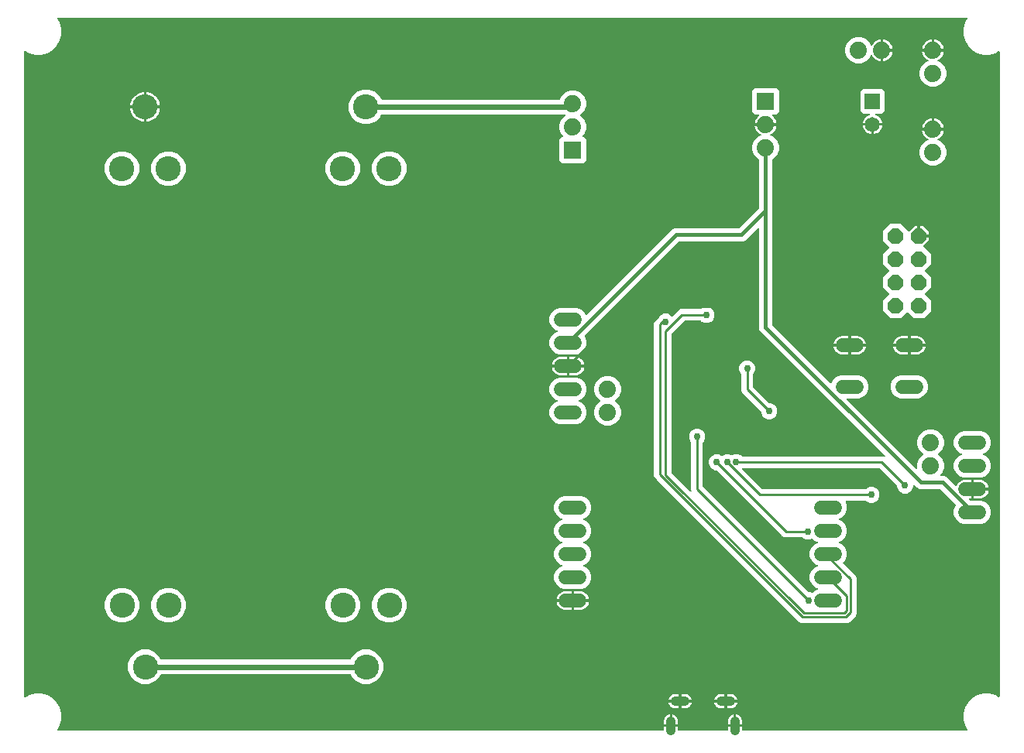
<source format=gbr>
G04 EAGLE Gerber RS-274X export*
G75*
%MOMM*%
%FSLAX34Y34*%
%LPD*%
%INBottom Copper*%
%IPPOS*%
%AMOC8*
5,1,8,0,0,1.08239X$1,22.5*%
G01*
%ADD10C,1.879600*%
%ADD11C,2.743200*%
%ADD12C,1.651000*%
%ADD13R,1.651000X1.651000*%
%ADD14R,1.879600X1.879600*%
%ADD15C,1.524000*%
%ADD16C,1.058000*%
%ADD17C,1.008000*%
%ADD18P,1.814519X8X292.500000*%
%ADD19C,0.756400*%
%ADD20C,0.254000*%
%ADD21C,0.609600*%
%ADD22C,0.406400*%

G36*
X708518Y10164D02*
X708518Y10164D01*
X708537Y10162D01*
X708639Y10184D01*
X708741Y10200D01*
X708758Y10210D01*
X708778Y10214D01*
X708867Y10267D01*
X708958Y10316D01*
X708972Y10330D01*
X708989Y10340D01*
X709056Y10419D01*
X709128Y10494D01*
X709136Y10512D01*
X709149Y10527D01*
X709188Y10623D01*
X709231Y10717D01*
X709233Y10737D01*
X709241Y10755D01*
X709259Y10922D01*
X709259Y13991D01*
X716352Y13991D01*
X716371Y13994D01*
X716391Y13992D01*
X716493Y14014D01*
X716595Y14030D01*
X716612Y14040D01*
X716632Y14044D01*
X716721Y14097D01*
X716812Y14146D01*
X716826Y14160D01*
X716843Y14170D01*
X716846Y14174D01*
X716900Y14122D01*
X716918Y14114D01*
X716933Y14101D01*
X717030Y14062D01*
X717123Y14019D01*
X717143Y14017D01*
X717161Y14009D01*
X717328Y13991D01*
X724421Y13991D01*
X724421Y10922D01*
X724424Y10902D01*
X724422Y10883D01*
X724444Y10781D01*
X724460Y10679D01*
X724470Y10662D01*
X724474Y10642D01*
X724527Y10553D01*
X724576Y10462D01*
X724590Y10448D01*
X724600Y10431D01*
X724679Y10364D01*
X724754Y10292D01*
X724772Y10284D01*
X724787Y10271D01*
X724883Y10232D01*
X724977Y10189D01*
X724997Y10187D01*
X725015Y10179D01*
X725182Y10161D01*
X778498Y10161D01*
X778518Y10164D01*
X778537Y10162D01*
X778639Y10184D01*
X778741Y10200D01*
X778758Y10210D01*
X778778Y10214D01*
X778867Y10267D01*
X778958Y10316D01*
X778972Y10330D01*
X778989Y10340D01*
X779056Y10419D01*
X779128Y10494D01*
X779136Y10512D01*
X779149Y10527D01*
X779188Y10623D01*
X779231Y10717D01*
X779233Y10737D01*
X779241Y10755D01*
X779259Y10922D01*
X779259Y13991D01*
X786352Y13991D01*
X786371Y13994D01*
X786391Y13992D01*
X786493Y14014D01*
X786595Y14030D01*
X786612Y14040D01*
X786632Y14044D01*
X786721Y14097D01*
X786812Y14146D01*
X786826Y14160D01*
X786843Y14170D01*
X786846Y14174D01*
X786900Y14122D01*
X786918Y14114D01*
X786933Y14101D01*
X787030Y14062D01*
X787123Y14019D01*
X787143Y14017D01*
X787161Y14009D01*
X787328Y13991D01*
X794421Y13991D01*
X794421Y10922D01*
X794424Y10902D01*
X794422Y10883D01*
X794444Y10781D01*
X794460Y10679D01*
X794470Y10662D01*
X794474Y10642D01*
X794527Y10553D01*
X794576Y10462D01*
X794590Y10448D01*
X794600Y10431D01*
X794679Y10364D01*
X794754Y10292D01*
X794772Y10284D01*
X794787Y10271D01*
X794883Y10232D01*
X794977Y10189D01*
X794997Y10187D01*
X795015Y10179D01*
X795182Y10161D01*
X1040147Y10161D01*
X1040241Y10176D01*
X1040336Y10185D01*
X1040362Y10196D01*
X1040390Y10200D01*
X1040474Y10245D01*
X1040561Y10283D01*
X1040582Y10302D01*
X1040607Y10316D01*
X1040672Y10385D01*
X1040743Y10449D01*
X1040757Y10473D01*
X1040776Y10494D01*
X1040816Y10580D01*
X1040863Y10664D01*
X1040868Y10691D01*
X1040880Y10717D01*
X1040890Y10812D01*
X1040908Y10905D01*
X1040904Y10933D01*
X1040907Y10961D01*
X1040887Y11055D01*
X1040873Y11149D01*
X1040859Y11181D01*
X1040855Y11202D01*
X1040838Y11230D01*
X1040806Y11303D01*
X1038274Y15688D01*
X1036559Y22088D01*
X1036559Y28712D01*
X1038274Y35112D01*
X1041586Y40849D01*
X1046271Y45534D01*
X1052008Y48846D01*
X1058408Y50561D01*
X1065032Y50561D01*
X1071432Y48846D01*
X1075057Y46753D01*
X1075146Y46719D01*
X1075233Y46679D01*
X1075261Y46676D01*
X1075287Y46666D01*
X1075383Y46662D01*
X1075477Y46652D01*
X1075505Y46658D01*
X1075533Y46657D01*
X1075625Y46684D01*
X1075718Y46704D01*
X1075742Y46719D01*
X1075769Y46727D01*
X1075847Y46781D01*
X1075929Y46830D01*
X1075947Y46852D01*
X1075970Y46868D01*
X1076027Y46945D01*
X1076089Y47017D01*
X1076099Y47043D01*
X1076116Y47066D01*
X1076145Y47157D01*
X1076181Y47245D01*
X1076185Y47281D01*
X1076191Y47300D01*
X1076191Y47333D01*
X1076199Y47412D01*
X1076199Y752688D01*
X1076184Y752782D01*
X1076175Y752877D01*
X1076164Y752903D01*
X1076160Y752931D01*
X1076115Y753015D01*
X1076077Y753102D01*
X1076058Y753123D01*
X1076044Y753148D01*
X1075975Y753214D01*
X1075911Y753284D01*
X1075887Y753298D01*
X1075866Y753317D01*
X1075780Y753358D01*
X1075696Y753404D01*
X1075669Y753409D01*
X1075643Y753421D01*
X1075548Y753432D01*
X1075455Y753449D01*
X1075427Y753445D01*
X1075399Y753448D01*
X1075305Y753428D01*
X1075211Y753415D01*
X1075179Y753400D01*
X1075158Y753396D01*
X1075130Y753379D01*
X1075057Y753347D01*
X1071432Y751254D01*
X1065032Y749539D01*
X1058408Y749539D01*
X1052008Y751254D01*
X1046271Y754566D01*
X1041586Y759251D01*
X1038274Y764988D01*
X1036559Y771388D01*
X1036559Y778012D01*
X1038274Y784412D01*
X1040748Y788697D01*
X1040782Y788786D01*
X1040822Y788873D01*
X1040825Y788901D01*
X1040835Y788927D01*
X1040839Y789023D01*
X1040849Y789117D01*
X1040843Y789145D01*
X1040844Y789173D01*
X1040817Y789265D01*
X1040797Y789358D01*
X1040783Y789382D01*
X1040775Y789409D01*
X1040720Y789487D01*
X1040671Y789569D01*
X1040649Y789587D01*
X1040633Y789610D01*
X1040556Y789667D01*
X1040484Y789729D01*
X1040458Y789739D01*
X1040435Y789756D01*
X1040344Y789785D01*
X1040256Y789821D01*
X1040221Y789825D01*
X1040201Y789831D01*
X1040168Y789831D01*
X1040089Y789839D01*
X47031Y789839D01*
X46937Y789824D01*
X46842Y789815D01*
X46816Y789804D01*
X46788Y789800D01*
X46704Y789755D01*
X46617Y789717D01*
X46596Y789698D01*
X46571Y789684D01*
X46505Y789615D01*
X46435Y789551D01*
X46421Y789527D01*
X46401Y789506D01*
X46361Y789420D01*
X46315Y789336D01*
X46310Y789309D01*
X46298Y789283D01*
X46287Y789188D01*
X46270Y789095D01*
X46274Y789067D01*
X46271Y789039D01*
X46291Y788945D01*
X46304Y788851D01*
X46319Y788819D01*
X46323Y788798D01*
X46340Y788770D01*
X46372Y788697D01*
X48846Y784412D01*
X50561Y778012D01*
X50561Y771388D01*
X48846Y764988D01*
X45534Y759251D01*
X40849Y754566D01*
X35112Y751254D01*
X28712Y749539D01*
X22088Y749539D01*
X15688Y751254D01*
X11303Y753786D01*
X11214Y753820D01*
X11127Y753860D01*
X11099Y753863D01*
X11073Y753873D01*
X10977Y753877D01*
X10883Y753887D01*
X10855Y753881D01*
X10827Y753882D01*
X10735Y753855D01*
X10642Y753835D01*
X10618Y753820D01*
X10591Y753812D01*
X10513Y753757D01*
X10431Y753709D01*
X10413Y753687D01*
X10390Y753671D01*
X10333Y753594D01*
X10271Y753522D01*
X10261Y753495D01*
X10244Y753473D01*
X10215Y753382D01*
X10179Y753293D01*
X10175Y753258D01*
X10169Y753238D01*
X10169Y753205D01*
X10161Y753127D01*
X10161Y46973D01*
X10176Y46879D01*
X10185Y46784D01*
X10196Y46758D01*
X10200Y46730D01*
X10245Y46646D01*
X10283Y46559D01*
X10302Y46538D01*
X10316Y46513D01*
X10385Y46448D01*
X10449Y46377D01*
X10473Y46363D01*
X10494Y46344D01*
X10580Y46304D01*
X10664Y46257D01*
X10691Y46252D01*
X10717Y46240D01*
X10812Y46230D01*
X10905Y46212D01*
X10933Y46216D01*
X10961Y46213D01*
X11055Y46233D01*
X11149Y46247D01*
X11181Y46261D01*
X11202Y46265D01*
X11230Y46282D01*
X11303Y46314D01*
X15688Y48846D01*
X22088Y50561D01*
X28712Y50561D01*
X35112Y48846D01*
X40849Y45534D01*
X45534Y40849D01*
X48846Y35112D01*
X50561Y28712D01*
X50561Y22088D01*
X48846Y15688D01*
X46314Y11303D01*
X46280Y11214D01*
X46240Y11127D01*
X46237Y11099D01*
X46227Y11073D01*
X46223Y10977D01*
X46213Y10883D01*
X46219Y10855D01*
X46218Y10827D01*
X46245Y10735D01*
X46265Y10642D01*
X46280Y10618D01*
X46288Y10591D01*
X46343Y10513D01*
X46391Y10431D01*
X46413Y10413D01*
X46429Y10390D01*
X46506Y10333D01*
X46578Y10271D01*
X46605Y10261D01*
X46627Y10244D01*
X46718Y10215D01*
X46807Y10179D01*
X46842Y10175D01*
X46862Y10169D01*
X46895Y10169D01*
X46973Y10161D01*
X708498Y10161D01*
X708518Y10164D01*
G37*
%LPC*%
G36*
X859383Y128015D02*
X859383Y128015D01*
X857049Y128982D01*
X701360Y284672D01*
X699466Y286565D01*
X698499Y288899D01*
X698499Y455923D01*
X699466Y458257D01*
X703793Y462584D01*
X704092Y462708D01*
X704148Y462743D01*
X704208Y462768D01*
X704273Y462820D01*
X704301Y462838D01*
X704314Y462853D01*
X704339Y462873D01*
X706180Y464713D01*
X709437Y466063D01*
X712963Y466063D01*
X716220Y464713D01*
X717518Y463416D01*
X717534Y463404D01*
X717547Y463389D01*
X717634Y463333D01*
X717718Y463272D01*
X717737Y463266D01*
X717753Y463256D01*
X717854Y463230D01*
X717953Y463200D01*
X717973Y463200D01*
X717992Y463196D01*
X718095Y463204D01*
X718199Y463206D01*
X718217Y463213D01*
X718237Y463215D01*
X718332Y463255D01*
X718430Y463291D01*
X718445Y463303D01*
X718464Y463311D01*
X718595Y463416D01*
X725383Y470204D01*
X727717Y471171D01*
X749152Y471171D01*
X749242Y471185D01*
X749333Y471193D01*
X749362Y471205D01*
X749394Y471210D01*
X749475Y471253D01*
X749559Y471289D01*
X749591Y471315D01*
X749612Y471326D01*
X749634Y471349D01*
X749690Y471394D01*
X750630Y472333D01*
X753887Y473683D01*
X757413Y473683D01*
X760670Y472333D01*
X763163Y469840D01*
X764513Y466583D01*
X764513Y463057D01*
X763163Y459800D01*
X760670Y457307D01*
X757413Y455957D01*
X753887Y455957D01*
X750630Y457307D01*
X749690Y458246D01*
X749616Y458299D01*
X749546Y458359D01*
X749516Y458371D01*
X749490Y458390D01*
X749403Y458417D01*
X749318Y458451D01*
X749277Y458455D01*
X749255Y458462D01*
X749223Y458461D01*
X749152Y458469D01*
X731926Y458469D01*
X731836Y458455D01*
X731745Y458447D01*
X731715Y458435D01*
X731683Y458430D01*
X731602Y458387D01*
X731519Y458351D01*
X731486Y458325D01*
X731466Y458314D01*
X731444Y458291D01*
X731388Y458246D01*
X717774Y444632D01*
X717721Y444558D01*
X717661Y444489D01*
X717649Y444459D01*
X717630Y444433D01*
X717603Y444346D01*
X717569Y444261D01*
X717565Y444220D01*
X717558Y444198D01*
X717559Y444165D01*
X717551Y444094D01*
X717551Y292506D01*
X717565Y292416D01*
X717573Y292325D01*
X717585Y292295D01*
X717590Y292263D01*
X717633Y292182D01*
X717669Y292099D01*
X717695Y292066D01*
X717706Y292046D01*
X717729Y292024D01*
X717774Y291968D01*
X738169Y271572D01*
X738248Y271516D01*
X738323Y271453D01*
X738347Y271444D01*
X738369Y271429D01*
X738462Y271400D01*
X738553Y271365D01*
X738579Y271364D01*
X738604Y271356D01*
X738701Y271359D01*
X738798Y271355D01*
X738823Y271362D01*
X738850Y271363D01*
X738941Y271396D01*
X739035Y271423D01*
X739056Y271438D01*
X739081Y271447D01*
X739157Y271508D01*
X739237Y271564D01*
X739252Y271585D01*
X739273Y271601D01*
X739325Y271683D01*
X739383Y271761D01*
X739391Y271786D01*
X739406Y271808D01*
X739429Y271902D01*
X739460Y271995D01*
X739459Y272021D01*
X739466Y272046D01*
X739458Y272143D01*
X739457Y272241D01*
X739448Y272272D01*
X739447Y272292D01*
X739434Y272322D01*
X739410Y272402D01*
X739139Y273057D01*
X739139Y324972D01*
X739125Y325062D01*
X739117Y325153D01*
X739105Y325182D01*
X739100Y325214D01*
X739057Y325295D01*
X739021Y325379D01*
X738995Y325411D01*
X738984Y325432D01*
X738961Y325454D01*
X738916Y325510D01*
X737977Y326450D01*
X736627Y329707D01*
X736627Y333233D01*
X737977Y336490D01*
X740470Y338983D01*
X743727Y340333D01*
X747253Y340333D01*
X750510Y338983D01*
X753003Y336490D01*
X754353Y333233D01*
X754353Y329707D01*
X753003Y326450D01*
X752064Y325510D01*
X752011Y325436D01*
X751951Y325366D01*
X751939Y325336D01*
X751920Y325310D01*
X751893Y325223D01*
X751859Y325138D01*
X751855Y325097D01*
X751848Y325075D01*
X751849Y325043D01*
X751841Y324972D01*
X751841Y277266D01*
X751855Y277176D01*
X751863Y277085D01*
X751875Y277055D01*
X751880Y277023D01*
X751923Y276942D01*
X751959Y276859D01*
X751985Y276826D01*
X751996Y276806D01*
X752019Y276784D01*
X752064Y276728D01*
X867306Y161486D01*
X867380Y161433D01*
X867449Y161373D01*
X867479Y161361D01*
X867505Y161342D01*
X867592Y161315D01*
X867677Y161281D01*
X867718Y161277D01*
X867740Y161270D01*
X867773Y161271D01*
X867844Y161263D01*
X869173Y161263D01*
X870901Y160547D01*
X871014Y160520D01*
X871128Y160492D01*
X871134Y160492D01*
X871140Y160491D01*
X871257Y160502D01*
X871373Y160511D01*
X871379Y160513D01*
X871385Y160514D01*
X871493Y160562D01*
X871599Y160607D01*
X871605Y160612D01*
X871610Y160614D01*
X871624Y160627D01*
X871730Y160712D01*
X874186Y163167D01*
X877154Y164397D01*
X877215Y164435D01*
X877280Y164464D01*
X877319Y164499D01*
X877363Y164526D01*
X877409Y164582D01*
X877462Y164630D01*
X877487Y164676D01*
X877520Y164716D01*
X877546Y164783D01*
X877580Y164846D01*
X877589Y164897D01*
X877608Y164945D01*
X877611Y165017D01*
X877624Y165088D01*
X877616Y165139D01*
X877618Y165191D01*
X877598Y165260D01*
X877588Y165331D01*
X877564Y165377D01*
X877550Y165427D01*
X877509Y165486D01*
X877477Y165550D01*
X877439Y165587D01*
X877410Y165629D01*
X877352Y165672D01*
X877301Y165722D01*
X877238Y165757D01*
X877212Y165776D01*
X877190Y165783D01*
X877154Y165803D01*
X874186Y167033D01*
X870613Y170606D01*
X868679Y175274D01*
X868679Y180326D01*
X870613Y184994D01*
X874186Y188567D01*
X877154Y189797D01*
X877215Y189835D01*
X877280Y189864D01*
X877319Y189899D01*
X877363Y189926D01*
X877409Y189982D01*
X877462Y190030D01*
X877487Y190076D01*
X877520Y190116D01*
X877546Y190183D01*
X877580Y190246D01*
X877589Y190297D01*
X877608Y190345D01*
X877611Y190417D01*
X877624Y190488D01*
X877616Y190539D01*
X877618Y190591D01*
X877598Y190660D01*
X877588Y190731D01*
X877564Y190777D01*
X877550Y190827D01*
X877509Y190886D01*
X877477Y190950D01*
X877439Y190987D01*
X877410Y191029D01*
X877352Y191072D01*
X877301Y191122D01*
X877238Y191157D01*
X877212Y191176D01*
X877190Y191183D01*
X877154Y191203D01*
X874186Y192433D01*
X870613Y196006D01*
X868679Y200674D01*
X868679Y205726D01*
X870613Y210394D01*
X874186Y213967D01*
X877154Y215197D01*
X877215Y215235D01*
X877280Y215264D01*
X877319Y215299D01*
X877363Y215326D01*
X877409Y215382D01*
X877462Y215430D01*
X877487Y215476D01*
X877520Y215516D01*
X877546Y215583D01*
X877580Y215646D01*
X877589Y215697D01*
X877608Y215745D01*
X877611Y215817D01*
X877624Y215888D01*
X877616Y215939D01*
X877618Y215991D01*
X877598Y216060D01*
X877588Y216131D01*
X877564Y216177D01*
X877550Y216227D01*
X877509Y216286D01*
X877477Y216350D01*
X877439Y216387D01*
X877410Y216429D01*
X877352Y216472D01*
X877301Y216522D01*
X877238Y216557D01*
X877212Y216576D01*
X877190Y216583D01*
X877154Y216603D01*
X874186Y217833D01*
X871993Y220025D01*
X871899Y220093D01*
X871805Y220163D01*
X871799Y220165D01*
X871794Y220169D01*
X871683Y220203D01*
X871571Y220239D01*
X871565Y220239D01*
X871559Y220241D01*
X871442Y220238D01*
X871325Y220237D01*
X871318Y220235D01*
X871313Y220235D01*
X871295Y220228D01*
X871164Y220190D01*
X868538Y219102D01*
X865012Y219102D01*
X861755Y220452D01*
X860815Y221391D01*
X860741Y221444D01*
X860671Y221504D01*
X860641Y221516D01*
X860615Y221535D01*
X860528Y221562D01*
X860443Y221596D01*
X860402Y221600D01*
X860380Y221607D01*
X860348Y221606D01*
X860277Y221614D01*
X841382Y221614D01*
X839048Y222581D01*
X767184Y294444D01*
X767110Y294497D01*
X767041Y294557D01*
X767011Y294569D01*
X766985Y294588D01*
X766898Y294615D01*
X766813Y294649D01*
X766772Y294653D01*
X766750Y294660D01*
X766717Y294659D01*
X766646Y294667D01*
X765317Y294667D01*
X762060Y296017D01*
X759567Y298510D01*
X758217Y301767D01*
X758217Y305293D01*
X759567Y308550D01*
X762060Y311043D01*
X765317Y312393D01*
X768843Y312393D01*
X772100Y311043D01*
X772257Y310887D01*
X772273Y310875D01*
X772285Y310860D01*
X772373Y310804D01*
X772456Y310744D01*
X772476Y310738D01*
X772492Y310727D01*
X772593Y310702D01*
X772692Y310671D01*
X772712Y310672D01*
X772731Y310667D01*
X772834Y310675D01*
X772937Y310678D01*
X772956Y310684D01*
X772976Y310686D01*
X773071Y310726D01*
X773168Y310762D01*
X773184Y310774D01*
X773202Y310782D01*
X773333Y310887D01*
X773490Y311043D01*
X776747Y312393D01*
X780273Y312393D01*
X782847Y311327D01*
X782935Y311306D01*
X783022Y311278D01*
X783055Y311278D01*
X783086Y311270D01*
X783177Y311279D01*
X783268Y311280D01*
X783308Y311291D01*
X783331Y311294D01*
X783360Y311307D01*
X783429Y311327D01*
X786481Y312591D01*
X790007Y312591D01*
X793264Y311241D01*
X794204Y310302D01*
X794278Y310249D01*
X794348Y310189D01*
X794378Y310177D01*
X794404Y310158D01*
X794491Y310131D01*
X794576Y310097D01*
X794617Y310093D01*
X794639Y310086D01*
X794671Y310087D01*
X794742Y310079D01*
X801811Y310079D01*
X802149Y309939D01*
X802213Y309924D01*
X802274Y309899D01*
X802357Y309890D01*
X802389Y309883D01*
X802408Y309884D01*
X802441Y309881D01*
X948683Y309881D01*
X950002Y309334D01*
X950097Y309312D01*
X950190Y309284D01*
X950216Y309284D01*
X950242Y309278D01*
X950338Y309287D01*
X950436Y309290D01*
X950461Y309299D01*
X950487Y309301D01*
X950575Y309341D01*
X950667Y309374D01*
X950687Y309391D01*
X950711Y309401D01*
X950783Y309467D01*
X950859Y309528D01*
X950873Y309550D01*
X950892Y309568D01*
X950939Y309653D01*
X950992Y309735D01*
X950998Y309760D01*
X951011Y309783D01*
X951028Y309879D01*
X951052Y309973D01*
X951050Y310000D01*
X951055Y310025D01*
X951040Y310122D01*
X951033Y310219D01*
X951023Y310243D01*
X951019Y310269D01*
X950975Y310356D01*
X950937Y310445D01*
X950916Y310470D01*
X950907Y310488D01*
X950884Y310511D01*
X950832Y310576D01*
X816498Y444910D01*
X814390Y447018D01*
X813307Y449632D01*
X813307Y560111D01*
X813296Y560181D01*
X813294Y560253D01*
X813276Y560302D01*
X813268Y560353D01*
X813234Y560417D01*
X813209Y560484D01*
X813177Y560525D01*
X813152Y560571D01*
X813100Y560620D01*
X813056Y560676D01*
X813012Y560704D01*
X812974Y560740D01*
X812909Y560770D01*
X812849Y560809D01*
X812798Y560822D01*
X812751Y560844D01*
X812680Y560852D01*
X812610Y560869D01*
X812558Y560865D01*
X812507Y560871D01*
X812436Y560856D01*
X812365Y560850D01*
X812317Y560830D01*
X812266Y560819D01*
X812205Y560782D01*
X812139Y560754D01*
X812083Y560709D01*
X812055Y560692D01*
X812040Y560675D01*
X812008Y560649D01*
X797779Y546420D01*
X795165Y545337D01*
X725892Y545337D01*
X725801Y545323D01*
X725711Y545315D01*
X725681Y545303D01*
X725649Y545298D01*
X725568Y545255D01*
X725484Y545219D01*
X725452Y545193D01*
X725431Y545182D01*
X725415Y545166D01*
X725414Y545165D01*
X725405Y545156D01*
X725353Y545114D01*
X622879Y442640D01*
X622867Y442623D01*
X622851Y442611D01*
X622795Y442523D01*
X622735Y442440D01*
X622729Y442421D01*
X622718Y442404D01*
X622693Y442304D01*
X622663Y442205D01*
X622663Y442185D01*
X622658Y442166D01*
X622666Y442063D01*
X622669Y441959D01*
X622676Y441940D01*
X622677Y441920D01*
X622718Y441826D01*
X622753Y441728D01*
X622766Y441712D01*
X622774Y441694D01*
X622879Y441563D01*
X622907Y441534D01*
X624841Y436866D01*
X624841Y431814D01*
X622907Y427146D01*
X619334Y423573D01*
X614666Y421639D01*
X594374Y421639D01*
X589706Y423573D01*
X586133Y427146D01*
X584199Y431814D01*
X584199Y436866D01*
X586133Y441534D01*
X589706Y445107D01*
X592674Y446337D01*
X592735Y446375D01*
X592800Y446404D01*
X592839Y446439D01*
X592883Y446466D01*
X592929Y446522D01*
X592982Y446570D01*
X593007Y446616D01*
X593040Y446656D01*
X593066Y446723D01*
X593100Y446786D01*
X593109Y446837D01*
X593128Y446885D01*
X593131Y446957D01*
X593144Y447028D01*
X593136Y447079D01*
X593138Y447131D01*
X593118Y447200D01*
X593108Y447271D01*
X593084Y447317D01*
X593070Y447367D01*
X593029Y447426D01*
X592997Y447490D01*
X592959Y447527D01*
X592930Y447569D01*
X592872Y447612D01*
X592821Y447662D01*
X592758Y447697D01*
X592732Y447716D01*
X592710Y447723D01*
X592674Y447743D01*
X589706Y448973D01*
X586133Y452546D01*
X584199Y457214D01*
X584199Y462266D01*
X586133Y466934D01*
X589706Y470507D01*
X594374Y472441D01*
X614666Y472441D01*
X619334Y470507D01*
X622907Y466934D01*
X623686Y465054D01*
X623710Y465015D01*
X623726Y464972D01*
X623775Y464911D01*
X623816Y464845D01*
X623851Y464815D01*
X623880Y464780D01*
X623945Y464737D01*
X624005Y464688D01*
X624048Y464671D01*
X624087Y464647D01*
X624162Y464627D01*
X624235Y464600D01*
X624281Y464598D01*
X624325Y464586D01*
X624403Y464592D01*
X624481Y464589D01*
X624525Y464602D01*
X624570Y464606D01*
X624642Y464636D01*
X624717Y464658D01*
X624755Y464684D01*
X624797Y464702D01*
X624903Y464787D01*
X624919Y464798D01*
X624922Y464802D01*
X624928Y464807D01*
X718601Y558480D01*
X721215Y559563D01*
X790488Y559563D01*
X790579Y559577D01*
X790669Y559585D01*
X790699Y559597D01*
X790731Y559602D01*
X790812Y559645D01*
X790896Y559681D01*
X790928Y559707D01*
X790949Y559718D01*
X790971Y559741D01*
X791027Y559786D01*
X813084Y581843D01*
X813137Y581917D01*
X813197Y581987D01*
X813209Y582017D01*
X813228Y582043D01*
X813255Y582130D01*
X813289Y582215D01*
X813293Y582256D01*
X813300Y582278D01*
X813299Y582310D01*
X813307Y582382D01*
X813307Y634466D01*
X813288Y634581D01*
X813271Y634697D01*
X813269Y634703D01*
X813268Y634709D01*
X813213Y634811D01*
X813160Y634916D01*
X813155Y634921D01*
X813152Y634926D01*
X813068Y635006D01*
X812984Y635088D01*
X812978Y635092D01*
X812974Y635095D01*
X812957Y635103D01*
X812837Y635169D01*
X812218Y635426D01*
X808146Y639498D01*
X805941Y644820D01*
X805941Y650580D01*
X808146Y655902D01*
X812218Y659974D01*
X814921Y661094D01*
X814956Y661116D01*
X814996Y661130D01*
X815047Y661170D01*
X815074Y661184D01*
X815085Y661196D01*
X815130Y661223D01*
X815156Y661256D01*
X815189Y661282D01*
X815234Y661350D01*
X815286Y661413D01*
X815301Y661452D01*
X815325Y661487D01*
X815345Y661566D01*
X815375Y661642D01*
X815376Y661684D01*
X815387Y661725D01*
X815382Y661807D01*
X815385Y661888D01*
X815373Y661929D01*
X815370Y661970D01*
X815339Y662046D01*
X815316Y662124D01*
X815293Y662159D01*
X815277Y662198D01*
X815223Y662259D01*
X815176Y662326D01*
X815143Y662352D01*
X815115Y662383D01*
X814986Y662468D01*
X814979Y662473D01*
X814977Y662474D01*
X814975Y662475D01*
X814163Y662889D01*
X812642Y663994D01*
X811314Y665322D01*
X810209Y666843D01*
X809356Y668517D01*
X808775Y670304D01*
X808574Y671577D01*
X819658Y671577D01*
X819678Y671580D01*
X819697Y671578D01*
X819799Y671600D01*
X819901Y671617D01*
X819918Y671626D01*
X819938Y671630D01*
X820027Y671683D01*
X820118Y671732D01*
X820132Y671746D01*
X820149Y671756D01*
X820216Y671835D01*
X820287Y671910D01*
X820296Y671928D01*
X820309Y671943D01*
X820347Y672039D01*
X820391Y672133D01*
X820393Y672153D01*
X820401Y672171D01*
X820419Y672338D01*
X820419Y673862D01*
X820416Y673882D01*
X820418Y673901D01*
X820396Y674003D01*
X820379Y674105D01*
X820370Y674122D01*
X820366Y674142D01*
X820313Y674231D01*
X820264Y674322D01*
X820250Y674336D01*
X820240Y674353D01*
X820161Y674420D01*
X820086Y674491D01*
X820068Y674500D01*
X820053Y674513D01*
X819957Y674552D01*
X819863Y674595D01*
X819843Y674597D01*
X819825Y674605D01*
X819658Y674623D01*
X808574Y674623D01*
X808775Y675896D01*
X809356Y677683D01*
X810209Y679357D01*
X811314Y680878D01*
X812642Y682206D01*
X813245Y682644D01*
X813251Y682650D01*
X813258Y682654D01*
X813337Y682737D01*
X813418Y682819D01*
X813422Y682826D01*
X813427Y682832D01*
X813475Y682936D01*
X813526Y683040D01*
X813527Y683048D01*
X813531Y683055D01*
X813543Y683169D01*
X813558Y683284D01*
X813557Y683292D01*
X813558Y683299D01*
X813533Y683412D01*
X813511Y683525D01*
X813507Y683532D01*
X813506Y683540D01*
X813446Y683639D01*
X813389Y683739D01*
X813383Y683744D01*
X813379Y683751D01*
X813291Y683826D01*
X813206Y683903D01*
X813199Y683906D01*
X813192Y683911D01*
X813085Y683954D01*
X812980Y683999D01*
X812972Y684000D01*
X812964Y684003D01*
X812798Y684021D01*
X808917Y684021D01*
X805941Y686997D01*
X805941Y710003D01*
X808917Y712979D01*
X831923Y712979D01*
X834899Y710003D01*
X834899Y686997D01*
X831923Y684021D01*
X828042Y684021D01*
X828035Y684020D01*
X828027Y684021D01*
X827913Y684000D01*
X827800Y683982D01*
X827793Y683978D01*
X827785Y683976D01*
X827684Y683920D01*
X827582Y683866D01*
X827577Y683861D01*
X827570Y683857D01*
X827492Y683772D01*
X827413Y683688D01*
X827410Y683681D01*
X827404Y683675D01*
X827358Y683569D01*
X827309Y683465D01*
X827308Y683457D01*
X827305Y683450D01*
X827295Y683335D01*
X827282Y683221D01*
X827284Y683213D01*
X827283Y683205D01*
X827310Y683092D01*
X827334Y682980D01*
X827339Y682973D01*
X827340Y682966D01*
X827402Y682867D01*
X827461Y682769D01*
X827467Y682764D01*
X827471Y682757D01*
X827595Y682644D01*
X828198Y682206D01*
X829526Y680878D01*
X830631Y679357D01*
X831484Y677683D01*
X832065Y675896D01*
X832266Y674623D01*
X821182Y674623D01*
X821162Y674620D01*
X821143Y674622D01*
X821041Y674600D01*
X820939Y674583D01*
X820922Y674574D01*
X820902Y674570D01*
X820813Y674517D01*
X820722Y674468D01*
X820708Y674454D01*
X820691Y674444D01*
X820624Y674365D01*
X820553Y674290D01*
X820544Y674272D01*
X820531Y674257D01*
X820493Y674161D01*
X820449Y674067D01*
X820447Y674047D01*
X820439Y674029D01*
X820421Y673862D01*
X820421Y672338D01*
X820424Y672318D01*
X820422Y672299D01*
X820444Y672197D01*
X820461Y672095D01*
X820470Y672078D01*
X820474Y672058D01*
X820527Y671969D01*
X820576Y671878D01*
X820590Y671864D01*
X820600Y671847D01*
X820679Y671780D01*
X820754Y671709D01*
X820772Y671700D01*
X820787Y671687D01*
X820883Y671648D01*
X820977Y671605D01*
X820997Y671603D01*
X821015Y671595D01*
X821182Y671577D01*
X832266Y671577D01*
X832065Y670304D01*
X831484Y668517D01*
X830631Y666843D01*
X829526Y665322D01*
X828198Y663994D01*
X826677Y662889D01*
X825865Y662475D01*
X825831Y662450D01*
X825793Y662433D01*
X825733Y662378D01*
X825667Y662330D01*
X825643Y662295D01*
X825612Y662267D01*
X825572Y662195D01*
X825525Y662128D01*
X825514Y662088D01*
X825493Y662051D01*
X825479Y661971D01*
X825456Y661893D01*
X825457Y661851D01*
X825450Y661809D01*
X825462Y661728D01*
X825464Y661647D01*
X825479Y661608D01*
X825485Y661566D01*
X825522Y661493D01*
X825551Y661417D01*
X825578Y661384D01*
X825597Y661347D01*
X825643Y661301D01*
X825644Y661300D01*
X825649Y661295D01*
X825655Y661290D01*
X825707Y661226D01*
X825743Y661204D01*
X825772Y661175D01*
X825823Y661147D01*
X825831Y661140D01*
X825848Y661133D01*
X825908Y661100D01*
X825915Y661095D01*
X825917Y661095D01*
X825919Y661094D01*
X828622Y659974D01*
X832694Y655902D01*
X834899Y650580D01*
X834899Y644820D01*
X832694Y639498D01*
X828622Y635426D01*
X828003Y635169D01*
X827903Y635107D01*
X827803Y635048D01*
X827799Y635043D01*
X827794Y635040D01*
X827719Y634949D01*
X827643Y634861D01*
X827641Y634855D01*
X827637Y634850D01*
X827595Y634741D01*
X827551Y634633D01*
X827550Y634625D01*
X827549Y634620D01*
X827548Y634602D01*
X827533Y634466D01*
X827533Y454308D01*
X827547Y454218D01*
X827555Y454127D01*
X827567Y454097D01*
X827572Y454065D01*
X827615Y453985D01*
X827651Y453901D01*
X827677Y453869D01*
X827688Y453848D01*
X827711Y453826D01*
X827756Y453770D01*
X891423Y390103D01*
X891460Y390076D01*
X891491Y390042D01*
X891559Y390005D01*
X891622Y389959D01*
X891666Y389946D01*
X891706Y389924D01*
X891783Y389910D01*
X891857Y389887D01*
X891903Y389888D01*
X891949Y389880D01*
X892026Y389891D01*
X892103Y389893D01*
X892146Y389909D01*
X892192Y389916D01*
X892261Y389951D01*
X892334Y389978D01*
X892370Y390007D01*
X892411Y390027D01*
X892466Y390083D01*
X892526Y390132D01*
X892551Y390170D01*
X892583Y390203D01*
X892649Y390323D01*
X892659Y390338D01*
X892661Y390343D01*
X892664Y390350D01*
X893981Y393528D01*
X897554Y397101D01*
X902222Y399035D01*
X922514Y399035D01*
X927182Y397101D01*
X930755Y393528D01*
X932689Y388860D01*
X932689Y383808D01*
X930755Y379140D01*
X927182Y375567D01*
X922514Y373633D01*
X909730Y373633D01*
X909659Y373622D01*
X909588Y373620D01*
X909539Y373602D01*
X909487Y373594D01*
X909424Y373560D01*
X909357Y373535D01*
X909316Y373503D01*
X909270Y373478D01*
X909221Y373427D01*
X909165Y373382D01*
X909136Y373338D01*
X909101Y373300D01*
X909070Y373235D01*
X909032Y373175D01*
X909019Y373124D01*
X908997Y373077D01*
X908989Y373006D01*
X908972Y372936D01*
X908976Y372884D01*
X908970Y372833D01*
X908985Y372762D01*
X908991Y372691D01*
X909011Y372643D01*
X909022Y372592D01*
X909059Y372531D01*
X909087Y372465D01*
X909132Y372409D01*
X909148Y372381D01*
X909166Y372366D01*
X909192Y372334D01*
X984982Y296544D01*
X985040Y296502D01*
X985092Y296453D01*
X985139Y296431D01*
X985181Y296400D01*
X985250Y296379D01*
X985315Y296349D01*
X985367Y296343D01*
X985417Y296328D01*
X985488Y296330D01*
X985559Y296322D01*
X985610Y296333D01*
X985662Y296334D01*
X985730Y296359D01*
X985800Y296374D01*
X985844Y296401D01*
X985893Y296419D01*
X985949Y296464D01*
X986011Y296500D01*
X986045Y296540D01*
X986085Y296572D01*
X986124Y296633D01*
X986171Y296687D01*
X986190Y296736D01*
X986218Y296779D01*
X986236Y296849D01*
X986263Y296915D01*
X986271Y296987D01*
X986279Y297018D01*
X986277Y297041D01*
X986281Y297082D01*
X986281Y302600D01*
X988486Y307922D01*
X992446Y311882D01*
X992457Y311898D01*
X992473Y311910D01*
X992529Y311998D01*
X992589Y312081D01*
X992595Y312100D01*
X992606Y312117D01*
X992631Y312218D01*
X992662Y312317D01*
X992661Y312336D01*
X992666Y312356D01*
X992658Y312459D01*
X992655Y312562D01*
X992648Y312581D01*
X992647Y312601D01*
X992607Y312696D01*
X992571Y312793D01*
X992558Y312809D01*
X992551Y312827D01*
X992446Y312958D01*
X988486Y316918D01*
X986281Y322240D01*
X986281Y328000D01*
X988486Y333322D01*
X992558Y337394D01*
X997880Y339599D01*
X1003640Y339599D01*
X1008962Y337394D01*
X1013034Y333322D01*
X1015239Y328000D01*
X1015239Y322240D01*
X1013034Y316918D01*
X1009074Y312958D01*
X1009063Y312942D01*
X1009047Y312930D01*
X1008991Y312842D01*
X1008931Y312759D01*
X1008925Y312740D01*
X1008914Y312723D01*
X1008889Y312622D01*
X1008858Y312523D01*
X1008859Y312504D01*
X1008854Y312484D01*
X1008862Y312381D01*
X1008865Y312278D01*
X1008872Y312259D01*
X1008873Y312239D01*
X1008914Y312144D01*
X1008949Y312047D01*
X1008962Y312031D01*
X1008969Y312013D01*
X1009074Y311882D01*
X1013034Y307922D01*
X1015239Y302600D01*
X1015239Y296840D01*
X1013034Y291518D01*
X1011614Y290098D01*
X1011572Y290040D01*
X1011523Y289988D01*
X1011501Y289941D01*
X1011471Y289899D01*
X1011450Y289830D01*
X1011419Y289765D01*
X1011414Y289713D01*
X1011398Y289663D01*
X1011400Y289592D01*
X1011392Y289521D01*
X1011403Y289470D01*
X1011405Y289418D01*
X1011429Y289350D01*
X1011445Y289280D01*
X1011471Y289235D01*
X1011489Y289187D01*
X1011534Y289131D01*
X1011571Y289069D01*
X1011610Y289035D01*
X1011643Y288995D01*
X1011703Y288956D01*
X1011758Y288909D01*
X1011806Y288890D01*
X1011850Y288862D01*
X1011919Y288844D01*
X1011986Y288817D01*
X1012057Y288809D01*
X1012088Y288801D01*
X1012112Y288803D01*
X1012153Y288799D01*
X1015637Y288799D01*
X1018251Y287716D01*
X1020359Y285608D01*
X1028149Y277818D01*
X1028210Y277774D01*
X1028266Y277722D01*
X1028310Y277702D01*
X1028349Y277674D01*
X1028421Y277652D01*
X1028490Y277621D01*
X1028538Y277616D01*
X1028584Y277602D01*
X1028659Y277604D01*
X1028735Y277596D01*
X1028782Y277607D01*
X1028830Y277608D01*
X1028901Y277634D01*
X1028975Y277651D01*
X1029015Y277676D01*
X1029061Y277693D01*
X1029120Y277740D01*
X1029184Y277779D01*
X1029215Y277816D01*
X1029253Y277846D01*
X1029294Y277910D01*
X1029342Y277968D01*
X1029369Y278027D01*
X1029386Y278053D01*
X1029392Y278078D01*
X1029411Y278121D01*
X1029444Y278220D01*
X1030170Y279645D01*
X1031110Y280939D01*
X1032241Y282070D01*
X1033535Y283010D01*
X1034960Y283736D01*
X1036481Y284231D01*
X1038060Y284481D01*
X1044957Y284481D01*
X1044957Y275082D01*
X1044960Y275062D01*
X1044958Y275043D01*
X1044980Y274941D01*
X1044997Y274839D01*
X1045006Y274822D01*
X1045010Y274802D01*
X1045063Y274713D01*
X1045112Y274622D01*
X1045126Y274608D01*
X1045136Y274591D01*
X1045215Y274524D01*
X1045290Y274453D01*
X1045308Y274444D01*
X1045323Y274431D01*
X1045419Y274393D01*
X1045513Y274349D01*
X1045533Y274347D01*
X1045551Y274339D01*
X1045718Y274321D01*
X1046481Y274321D01*
X1046481Y274319D01*
X1045718Y274319D01*
X1045698Y274316D01*
X1045679Y274318D01*
X1045577Y274296D01*
X1045475Y274279D01*
X1045458Y274270D01*
X1045438Y274266D01*
X1045349Y274213D01*
X1045258Y274164D01*
X1045244Y274150D01*
X1045227Y274140D01*
X1045160Y274061D01*
X1045089Y273986D01*
X1045080Y273968D01*
X1045067Y273953D01*
X1045028Y273857D01*
X1044985Y273763D01*
X1044983Y273743D01*
X1044975Y273725D01*
X1044957Y273558D01*
X1044957Y264159D01*
X1043645Y264159D01*
X1043575Y264148D01*
X1043503Y264146D01*
X1043454Y264128D01*
X1043403Y264120D01*
X1043339Y264086D01*
X1043272Y264061D01*
X1043231Y264029D01*
X1043185Y264004D01*
X1043136Y263953D01*
X1043080Y263908D01*
X1043052Y263864D01*
X1043016Y263826D01*
X1042986Y263761D01*
X1042947Y263701D01*
X1042934Y263650D01*
X1042912Y263603D01*
X1042904Y263532D01*
X1042887Y263462D01*
X1042891Y263410D01*
X1042885Y263359D01*
X1042900Y263288D01*
X1042906Y263217D01*
X1042926Y263169D01*
X1042937Y263118D01*
X1042974Y263057D01*
X1043002Y262991D01*
X1043047Y262935D01*
X1043064Y262907D01*
X1043081Y262892D01*
X1043107Y262860D01*
X1044123Y261844D01*
X1044197Y261791D01*
X1044267Y261731D01*
X1044297Y261719D01*
X1044323Y261700D01*
X1044410Y261673D01*
X1044495Y261639D01*
X1044536Y261635D01*
X1044558Y261628D01*
X1044590Y261629D01*
X1044661Y261621D01*
X1056626Y261621D01*
X1061294Y259687D01*
X1064867Y256114D01*
X1066801Y251446D01*
X1066801Y246394D01*
X1064867Y241726D01*
X1061294Y238153D01*
X1056626Y236219D01*
X1036334Y236219D01*
X1031666Y238153D01*
X1028093Y241726D01*
X1026159Y246394D01*
X1026159Y251446D01*
X1028093Y256114D01*
X1028375Y256397D01*
X1028387Y256413D01*
X1028403Y256426D01*
X1028459Y256513D01*
X1028519Y256597D01*
X1028525Y256616D01*
X1028536Y256633D01*
X1028561Y256733D01*
X1028591Y256832D01*
X1028591Y256852D01*
X1028596Y256871D01*
X1028588Y256974D01*
X1028585Y257078D01*
X1028578Y257097D01*
X1028577Y257116D01*
X1028536Y257211D01*
X1028501Y257309D01*
X1028488Y257324D01*
X1028480Y257343D01*
X1028375Y257474D01*
X1011499Y274350D01*
X1011425Y274403D01*
X1011355Y274463D01*
X1011325Y274475D01*
X1011299Y274494D01*
X1011212Y274521D01*
X1011127Y274555D01*
X1011086Y274559D01*
X1011064Y274566D01*
X1011032Y274565D01*
X1010961Y274573D01*
X988366Y274573D01*
X985752Y275656D01*
X982982Y278426D01*
X982924Y278467D01*
X982872Y278517D01*
X982825Y278539D01*
X982783Y278569D01*
X982714Y278590D01*
X982649Y278620D01*
X982597Y278626D01*
X982547Y278641D01*
X982476Y278640D01*
X982405Y278647D01*
X982354Y278636D01*
X982302Y278635D01*
X982234Y278610D01*
X982164Y278595D01*
X982119Y278568D01*
X982071Y278551D01*
X982015Y278506D01*
X981953Y278469D01*
X981919Y278429D01*
X981879Y278397D01*
X981840Y278337D01*
X981793Y278282D01*
X981774Y278234D01*
X981746Y278190D01*
X981728Y278121D01*
X981701Y278054D01*
X981693Y277983D01*
X981685Y277951D01*
X981687Y277928D01*
X981683Y277887D01*
X981683Y276367D01*
X980333Y273110D01*
X977840Y270617D01*
X974583Y269267D01*
X971057Y269267D01*
X967800Y270617D01*
X965307Y273110D01*
X963957Y276367D01*
X963957Y277696D01*
X963943Y277786D01*
X963935Y277877D01*
X963923Y277907D01*
X963918Y277939D01*
X963875Y278020D01*
X963839Y278103D01*
X963813Y278136D01*
X963802Y278156D01*
X963779Y278178D01*
X963734Y278234D01*
X945012Y296956D01*
X944938Y297009D01*
X944869Y297069D01*
X944839Y297081D01*
X944813Y297100D01*
X944726Y297127D01*
X944641Y297161D01*
X944600Y297165D01*
X944578Y297172D01*
X944545Y297171D01*
X944474Y297179D01*
X799483Y297179D01*
X799145Y297319D01*
X799081Y297334D01*
X799020Y297359D01*
X798937Y297368D01*
X798905Y297375D01*
X798886Y297374D01*
X798853Y297377D01*
X795482Y297377D01*
X795411Y297366D01*
X795339Y297364D01*
X795290Y297346D01*
X795239Y297338D01*
X795176Y297304D01*
X795108Y297279D01*
X795068Y297247D01*
X795022Y297222D01*
X794972Y297170D01*
X794916Y297126D01*
X794888Y297082D01*
X794852Y297044D01*
X794822Y296979D01*
X794783Y296919D01*
X794771Y296868D01*
X794749Y296821D01*
X794741Y296750D01*
X794723Y296680D01*
X794727Y296628D01*
X794722Y296577D01*
X794737Y296506D01*
X794742Y296435D01*
X794763Y296387D01*
X794774Y296336D01*
X794811Y296275D01*
X794839Y296209D01*
X794883Y296153D01*
X794900Y296125D01*
X794918Y296110D01*
X794944Y296078D01*
X816478Y274544D01*
X816552Y274491D01*
X816621Y274431D01*
X816651Y274419D01*
X816677Y274400D01*
X816764Y274373D01*
X816849Y274339D01*
X816890Y274335D01*
X816912Y274328D01*
X816945Y274329D01*
X817016Y274321D01*
X929492Y274321D01*
X929582Y274335D01*
X929673Y274343D01*
X929702Y274355D01*
X929734Y274360D01*
X929815Y274403D01*
X929899Y274439D01*
X929931Y274465D01*
X929952Y274476D01*
X929974Y274499D01*
X930030Y274544D01*
X930970Y275483D01*
X934227Y276833D01*
X937753Y276833D01*
X941010Y275483D01*
X943503Y272990D01*
X944853Y269733D01*
X944853Y266207D01*
X943503Y262950D01*
X941010Y260457D01*
X937753Y259107D01*
X934227Y259107D01*
X930970Y260457D01*
X930030Y261396D01*
X929956Y261449D01*
X929886Y261509D01*
X929856Y261521D01*
X929830Y261540D01*
X929743Y261567D01*
X929658Y261601D01*
X929617Y261605D01*
X929595Y261612D01*
X929563Y261611D01*
X929492Y261619D01*
X908350Y261619D01*
X908305Y261612D01*
X908259Y261614D01*
X908184Y261592D01*
X908108Y261580D01*
X908067Y261558D01*
X908023Y261545D01*
X907959Y261501D01*
X907890Y261464D01*
X907859Y261431D01*
X907821Y261405D01*
X907775Y261342D01*
X907721Y261286D01*
X907702Y261244D01*
X907674Y261208D01*
X907650Y261134D01*
X907617Y261063D01*
X907612Y261017D01*
X907598Y260974D01*
X907599Y260896D01*
X907590Y260819D01*
X907600Y260774D01*
X907600Y260728D01*
X907639Y260596D01*
X907642Y260578D01*
X907645Y260574D01*
X907647Y260567D01*
X909321Y256526D01*
X909321Y251474D01*
X907387Y246806D01*
X903814Y243233D01*
X900846Y242003D01*
X900785Y241966D01*
X900720Y241936D01*
X900681Y241901D01*
X900637Y241874D01*
X900591Y241819D01*
X900538Y241770D01*
X900513Y241724D01*
X900480Y241684D01*
X900454Y241617D01*
X900420Y241554D01*
X900411Y241503D01*
X900392Y241455D01*
X900389Y241383D01*
X900376Y241312D01*
X900384Y241261D01*
X900382Y241209D01*
X900402Y241140D01*
X900412Y241069D01*
X900436Y241023D01*
X900450Y240973D01*
X900491Y240914D01*
X900523Y240850D01*
X900561Y240813D01*
X900590Y240771D01*
X900648Y240728D01*
X900699Y240678D01*
X900762Y240643D01*
X900788Y240624D01*
X900810Y240617D01*
X900846Y240597D01*
X903814Y239367D01*
X907387Y235794D01*
X909321Y231126D01*
X909321Y226074D01*
X907387Y221406D01*
X903814Y217833D01*
X900846Y216603D01*
X900785Y216566D01*
X900720Y216536D01*
X900681Y216501D01*
X900637Y216474D01*
X900591Y216419D01*
X900538Y216370D01*
X900513Y216324D01*
X900480Y216284D01*
X900454Y216217D01*
X900420Y216154D01*
X900411Y216103D01*
X900392Y216055D01*
X900389Y215983D01*
X900376Y215912D01*
X900384Y215861D01*
X900382Y215809D01*
X900402Y215740D01*
X900412Y215669D01*
X900436Y215623D01*
X900450Y215573D01*
X900491Y215514D01*
X900523Y215450D01*
X900561Y215413D01*
X900590Y215371D01*
X900648Y215328D01*
X900699Y215278D01*
X900762Y215243D01*
X900788Y215224D01*
X900810Y215217D01*
X900846Y215197D01*
X903814Y213967D01*
X907387Y210394D01*
X909321Y205726D01*
X909321Y200674D01*
X907387Y196006D01*
X905294Y193912D01*
X905282Y193896D01*
X905266Y193883D01*
X905210Y193796D01*
X905150Y193712D01*
X905144Y193693D01*
X905133Y193676D01*
X905108Y193576D01*
X905078Y193477D01*
X905078Y193457D01*
X905073Y193438D01*
X905081Y193335D01*
X905084Y193231D01*
X905091Y193212D01*
X905092Y193193D01*
X905133Y193098D01*
X905168Y193000D01*
X905181Y192985D01*
X905189Y192966D01*
X905294Y192835D01*
X918768Y179361D01*
X919735Y177027D01*
X919735Y138023D01*
X918768Y135689D01*
X912061Y128982D01*
X909727Y128015D01*
X859383Y128015D01*
G37*
%LPD*%
%LPC*%
G36*
X598097Y630681D02*
X598097Y630681D01*
X595121Y633657D01*
X595121Y656663D01*
X598097Y659639D01*
X598207Y659639D01*
X598278Y659650D01*
X598350Y659652D01*
X598399Y659670D01*
X598450Y659678D01*
X598514Y659712D01*
X598581Y659737D01*
X598622Y659769D01*
X598668Y659794D01*
X598717Y659846D01*
X598773Y659890D01*
X598801Y659934D01*
X598837Y659972D01*
X598867Y660037D01*
X598906Y660097D01*
X598919Y660148D01*
X598941Y660195D01*
X598948Y660266D01*
X598966Y660336D01*
X598962Y660388D01*
X598968Y660439D01*
X598952Y660510D01*
X598947Y660581D01*
X598927Y660629D01*
X598915Y660680D01*
X598879Y660741D01*
X598851Y660807D01*
X598806Y660863D01*
X598789Y660891D01*
X598771Y660906D01*
X598746Y660938D01*
X597326Y662358D01*
X595121Y667680D01*
X595121Y673440D01*
X597326Y678762D01*
X601286Y682722D01*
X601297Y682738D01*
X601313Y682750D01*
X601369Y682837D01*
X601429Y682921D01*
X601435Y682940D01*
X601446Y682957D01*
X601471Y683058D01*
X601502Y683157D01*
X601501Y683176D01*
X601506Y683196D01*
X601498Y683299D01*
X601495Y683402D01*
X601488Y683421D01*
X601487Y683441D01*
X601446Y683536D01*
X601411Y683633D01*
X601398Y683649D01*
X601391Y683667D01*
X601286Y683798D01*
X601076Y684008D01*
X601002Y684061D01*
X600932Y684121D01*
X600902Y684133D01*
X600876Y684152D01*
X600789Y684179D01*
X600704Y684213D01*
X600663Y684217D01*
X600641Y684224D01*
X600609Y684223D01*
X600537Y684231D01*
X400927Y684231D01*
X400812Y684212D01*
X400696Y684195D01*
X400690Y684193D01*
X400684Y684192D01*
X400582Y684137D01*
X400477Y684084D01*
X400472Y684079D01*
X400467Y684076D01*
X400387Y683992D01*
X400305Y683908D01*
X400301Y683902D01*
X400298Y683898D01*
X400290Y683881D01*
X400224Y683761D01*
X399375Y681712D01*
X394088Y676425D01*
X387179Y673563D01*
X379701Y673563D01*
X372792Y676425D01*
X367505Y681712D01*
X364643Y688621D01*
X364643Y696099D01*
X367505Y703008D01*
X372792Y708295D01*
X379701Y711157D01*
X387179Y711157D01*
X394088Y708295D01*
X399375Y703008D01*
X400224Y700959D01*
X400285Y700859D01*
X400345Y700759D01*
X400350Y700755D01*
X400353Y700750D01*
X400443Y700675D01*
X400532Y700599D01*
X400538Y700597D01*
X400543Y700593D01*
X400651Y700551D01*
X400760Y700507D01*
X400768Y700506D01*
X400772Y700505D01*
X400791Y700504D01*
X400927Y700489D01*
X595296Y700489D01*
X595410Y700508D01*
X595526Y700525D01*
X595532Y700527D01*
X595538Y700528D01*
X595641Y700583D01*
X595746Y700636D01*
X595750Y700641D01*
X595756Y700644D01*
X595836Y700728D01*
X595918Y700812D01*
X595922Y700818D01*
X595925Y700822D01*
X595933Y700839D01*
X595999Y700959D01*
X597326Y704162D01*
X601398Y708234D01*
X606720Y710439D01*
X612480Y710439D01*
X617802Y708234D01*
X621874Y704162D01*
X624079Y698840D01*
X624079Y693080D01*
X621874Y687758D01*
X617914Y683798D01*
X617903Y683782D01*
X617887Y683770D01*
X617831Y683682D01*
X617771Y683599D01*
X617765Y683580D01*
X617754Y683563D01*
X617729Y683462D01*
X617698Y683363D01*
X617699Y683344D01*
X617694Y683324D01*
X617702Y683221D01*
X617705Y683118D01*
X617712Y683099D01*
X617713Y683079D01*
X617753Y682984D01*
X617789Y682887D01*
X617802Y682871D01*
X617809Y682853D01*
X617914Y682722D01*
X621874Y678762D01*
X624079Y673440D01*
X624079Y667680D01*
X621874Y662358D01*
X620454Y660938D01*
X620412Y660880D01*
X620363Y660828D01*
X620341Y660781D01*
X620311Y660739D01*
X620290Y660670D01*
X620259Y660605D01*
X620254Y660553D01*
X620238Y660503D01*
X620240Y660432D01*
X620232Y660361D01*
X620243Y660310D01*
X620245Y660258D01*
X620269Y660190D01*
X620285Y660120D01*
X620311Y660075D01*
X620329Y660027D01*
X620374Y659971D01*
X620411Y659909D01*
X620450Y659875D01*
X620483Y659835D01*
X620543Y659796D01*
X620598Y659749D01*
X620646Y659730D01*
X620690Y659702D01*
X620759Y659684D01*
X620826Y659657D01*
X620897Y659649D01*
X620928Y659641D01*
X620952Y659643D01*
X620993Y659639D01*
X621103Y659639D01*
X624079Y656663D01*
X624079Y633657D01*
X621103Y630681D01*
X598097Y630681D01*
G37*
%LPD*%
%LPC*%
G36*
X138601Y61003D02*
X138601Y61003D01*
X131692Y63865D01*
X126405Y69152D01*
X123543Y76061D01*
X123543Y83539D01*
X126405Y90448D01*
X131692Y95735D01*
X138601Y98597D01*
X146079Y98597D01*
X152988Y95735D01*
X158275Y90448D01*
X159124Y88399D01*
X159185Y88299D01*
X159245Y88199D01*
X159250Y88195D01*
X159253Y88190D01*
X159343Y88115D01*
X159432Y88039D01*
X159438Y88037D01*
X159443Y88033D01*
X159551Y87991D01*
X159660Y87947D01*
X159668Y87946D01*
X159672Y87945D01*
X159691Y87944D01*
X159827Y87929D01*
X366153Y87929D01*
X366268Y87948D01*
X366384Y87965D01*
X366390Y87967D01*
X366396Y87968D01*
X366498Y88023D01*
X366603Y88076D01*
X366608Y88081D01*
X366613Y88084D01*
X366693Y88168D01*
X366775Y88252D01*
X366779Y88258D01*
X366782Y88262D01*
X366790Y88279D01*
X366856Y88399D01*
X367705Y90448D01*
X372992Y95735D01*
X379901Y98597D01*
X387379Y98597D01*
X394288Y95735D01*
X399575Y90448D01*
X402437Y83539D01*
X402437Y76061D01*
X399575Y69152D01*
X394288Y63865D01*
X387379Y61003D01*
X379901Y61003D01*
X372992Y63865D01*
X367705Y69152D01*
X366856Y71201D01*
X366795Y71301D01*
X366735Y71401D01*
X366730Y71405D01*
X366727Y71410D01*
X366637Y71485D01*
X366548Y71561D01*
X366542Y71563D01*
X366537Y71567D01*
X366429Y71609D01*
X366320Y71653D01*
X366312Y71654D01*
X366308Y71655D01*
X366289Y71656D01*
X366153Y71671D01*
X159827Y71671D01*
X159712Y71652D01*
X159596Y71635D01*
X159590Y71633D01*
X159584Y71632D01*
X159482Y71577D01*
X159377Y71524D01*
X159372Y71519D01*
X159367Y71516D01*
X159287Y71432D01*
X159205Y71348D01*
X159201Y71342D01*
X159198Y71338D01*
X159190Y71321D01*
X159124Y71201D01*
X158275Y69152D01*
X152988Y63865D01*
X146079Y61003D01*
X138601Y61003D01*
G37*
%LPD*%
%LPC*%
G36*
X956830Y461517D02*
X956830Y461517D01*
X948943Y469404D01*
X948943Y480556D01*
X955529Y487142D01*
X955540Y487158D01*
X955556Y487170D01*
X955612Y487258D01*
X955672Y487341D01*
X955678Y487360D01*
X955689Y487377D01*
X955714Y487478D01*
X955744Y487577D01*
X955744Y487596D01*
X955749Y487616D01*
X955741Y487719D01*
X955738Y487822D01*
X955731Y487841D01*
X955730Y487861D01*
X955689Y487955D01*
X955654Y488053D01*
X955641Y488069D01*
X955633Y488087D01*
X955529Y488218D01*
X948943Y494804D01*
X948943Y505956D01*
X955529Y512542D01*
X955540Y512558D01*
X955556Y512570D01*
X955612Y512658D01*
X955672Y512741D01*
X955678Y512760D01*
X955689Y512777D01*
X955714Y512878D01*
X955744Y512977D01*
X955744Y512996D01*
X955749Y513016D01*
X955741Y513119D01*
X955738Y513222D01*
X955731Y513241D01*
X955730Y513261D01*
X955689Y513356D01*
X955654Y513453D01*
X955641Y513469D01*
X955633Y513487D01*
X955529Y513618D01*
X948943Y520204D01*
X948943Y531356D01*
X955529Y537942D01*
X955540Y537958D01*
X955556Y537970D01*
X955585Y538016D01*
X955608Y538040D01*
X955624Y538074D01*
X955672Y538141D01*
X955678Y538160D01*
X955689Y538177D01*
X955709Y538257D01*
X955712Y538263D01*
X955713Y538272D01*
X955714Y538278D01*
X955744Y538377D01*
X955744Y538396D01*
X955749Y538416D01*
X955741Y538519D01*
X955738Y538622D01*
X955731Y538641D01*
X955730Y538661D01*
X955689Y538756D01*
X955654Y538853D01*
X955641Y538869D01*
X955633Y538887D01*
X955529Y539018D01*
X948943Y545604D01*
X948943Y556756D01*
X956830Y564643D01*
X967982Y564643D01*
X975869Y556756D01*
X975869Y556528D01*
X975880Y556457D01*
X975882Y556385D01*
X975900Y556336D01*
X975908Y556285D01*
X975942Y556222D01*
X975967Y556154D01*
X975999Y556114D01*
X976024Y556067D01*
X976076Y556018D01*
X976120Y555962D01*
X976164Y555934D01*
X976202Y555898D01*
X976267Y555868D01*
X976327Y555829D01*
X976378Y555816D01*
X976425Y555794D01*
X976496Y555787D01*
X976566Y555769D01*
X976618Y555773D01*
X976669Y555767D01*
X976740Y555783D01*
X976811Y555788D01*
X976859Y555809D01*
X976910Y555820D01*
X976971Y555856D01*
X977037Y555885D01*
X977093Y555929D01*
X977121Y555946D01*
X977136Y555964D01*
X977168Y555989D01*
X983282Y562103D01*
X986283Y562103D01*
X986283Y551942D01*
X986286Y551922D01*
X986284Y551903D01*
X986306Y551801D01*
X986323Y551699D01*
X986332Y551682D01*
X986336Y551662D01*
X986389Y551573D01*
X986438Y551482D01*
X986452Y551468D01*
X986462Y551451D01*
X986541Y551384D01*
X986616Y551313D01*
X986634Y551304D01*
X986649Y551291D01*
X986745Y551253D01*
X986839Y551209D01*
X986859Y551207D01*
X986877Y551199D01*
X987044Y551181D01*
X987807Y551181D01*
X987807Y550418D01*
X987810Y550398D01*
X987808Y550379D01*
X987830Y550277D01*
X987847Y550175D01*
X987856Y550158D01*
X987860Y550138D01*
X987913Y550049D01*
X987962Y549958D01*
X987976Y549944D01*
X987986Y549927D01*
X988065Y549860D01*
X988140Y549789D01*
X988158Y549780D01*
X988173Y549767D01*
X988269Y549728D01*
X988363Y549685D01*
X988383Y549683D01*
X988401Y549675D01*
X988568Y549657D01*
X998729Y549657D01*
X998729Y546656D01*
X992615Y540542D01*
X992573Y540484D01*
X992524Y540432D01*
X992502Y540385D01*
X992472Y540343D01*
X992451Y540274D01*
X992420Y540209D01*
X992415Y540157D01*
X992399Y540107D01*
X992401Y540036D01*
X992393Y539965D01*
X992404Y539914D01*
X992406Y539862D01*
X992430Y539794D01*
X992446Y539724D01*
X992472Y539679D01*
X992490Y539631D01*
X992535Y539575D01*
X992572Y539513D01*
X992611Y539479D01*
X992644Y539439D01*
X992704Y539400D01*
X992759Y539353D01*
X992807Y539334D01*
X992851Y539306D01*
X992920Y539288D01*
X992987Y539261D01*
X993058Y539253D01*
X993089Y539245D01*
X993113Y539247D01*
X993154Y539243D01*
X993382Y539243D01*
X1001269Y531356D01*
X1001269Y520204D01*
X994683Y513618D01*
X994672Y513602D01*
X994656Y513590D01*
X994600Y513502D01*
X994540Y513419D01*
X994534Y513400D01*
X994523Y513383D01*
X994498Y513282D01*
X994468Y513183D01*
X994468Y513164D01*
X994463Y513144D01*
X994471Y513041D01*
X994474Y512938D01*
X994481Y512919D01*
X994482Y512899D01*
X994523Y512804D01*
X994558Y512707D01*
X994571Y512691D01*
X994579Y512673D01*
X994683Y512542D01*
X1001269Y505956D01*
X1001269Y494804D01*
X994683Y488218D01*
X994672Y488202D01*
X994656Y488190D01*
X994600Y488102D01*
X994540Y488019D01*
X994534Y488000D01*
X994523Y487983D01*
X994498Y487882D01*
X994468Y487783D01*
X994468Y487764D01*
X994463Y487744D01*
X994471Y487641D01*
X994474Y487538D01*
X994481Y487519D01*
X994482Y487499D01*
X994523Y487404D01*
X994558Y487307D01*
X994571Y487291D01*
X994579Y487273D01*
X994683Y487142D01*
X1001269Y480556D01*
X1001269Y469404D01*
X993382Y461517D01*
X982230Y461517D01*
X975644Y468103D01*
X975628Y468114D01*
X975616Y468130D01*
X975528Y468186D01*
X975445Y468246D01*
X975426Y468252D01*
X975409Y468263D01*
X975308Y468288D01*
X975209Y468318D01*
X975190Y468318D01*
X975170Y468323D01*
X975067Y468315D01*
X974964Y468312D01*
X974945Y468305D01*
X974925Y468304D01*
X974830Y468263D01*
X974733Y468228D01*
X974717Y468215D01*
X974699Y468207D01*
X974568Y468103D01*
X967982Y461517D01*
X956830Y461517D01*
G37*
%LPD*%
%LPC*%
G36*
X599454Y165099D02*
X599454Y165099D01*
X594786Y167033D01*
X591213Y170606D01*
X589279Y175274D01*
X589279Y180326D01*
X591213Y184994D01*
X594786Y188567D01*
X597754Y189797D01*
X597815Y189834D01*
X597880Y189864D01*
X597919Y189899D01*
X597963Y189926D01*
X598009Y189981D01*
X598062Y190030D01*
X598087Y190076D01*
X598120Y190116D01*
X598146Y190183D01*
X598180Y190246D01*
X598189Y190297D01*
X598208Y190345D01*
X598211Y190417D01*
X598224Y190488D01*
X598216Y190539D01*
X598218Y190591D01*
X598198Y190660D01*
X598188Y190731D01*
X598164Y190777D01*
X598150Y190827D01*
X598109Y190886D01*
X598077Y190950D01*
X598039Y190987D01*
X598010Y191029D01*
X597952Y191072D01*
X597901Y191122D01*
X597838Y191157D01*
X597812Y191176D01*
X597790Y191183D01*
X597754Y191203D01*
X594786Y192433D01*
X591213Y196006D01*
X589279Y200674D01*
X589279Y205726D01*
X591213Y210394D01*
X594786Y213967D01*
X597754Y215197D01*
X597815Y215234D01*
X597880Y215264D01*
X597919Y215299D01*
X597963Y215326D01*
X598009Y215381D01*
X598062Y215430D01*
X598087Y215476D01*
X598120Y215516D01*
X598146Y215583D01*
X598180Y215646D01*
X598189Y215697D01*
X598208Y215745D01*
X598211Y215817D01*
X598224Y215888D01*
X598216Y215939D01*
X598218Y215991D01*
X598198Y216060D01*
X598188Y216131D01*
X598164Y216177D01*
X598150Y216227D01*
X598109Y216286D01*
X598077Y216350D01*
X598039Y216387D01*
X598010Y216429D01*
X597952Y216472D01*
X597901Y216522D01*
X597838Y216557D01*
X597812Y216576D01*
X597790Y216583D01*
X597754Y216603D01*
X594786Y217833D01*
X591213Y221406D01*
X589279Y226074D01*
X589279Y231126D01*
X591213Y235794D01*
X594786Y239367D01*
X597754Y240597D01*
X597815Y240634D01*
X597880Y240664D01*
X597919Y240699D01*
X597963Y240726D01*
X598009Y240781D01*
X598062Y240830D01*
X598087Y240876D01*
X598120Y240916D01*
X598146Y240983D01*
X598180Y241046D01*
X598189Y241097D01*
X598208Y241145D01*
X598211Y241217D01*
X598224Y241288D01*
X598216Y241339D01*
X598218Y241391D01*
X598198Y241460D01*
X598188Y241531D01*
X598164Y241577D01*
X598150Y241627D01*
X598109Y241686D01*
X598077Y241750D01*
X598039Y241787D01*
X598010Y241829D01*
X597952Y241872D01*
X597901Y241922D01*
X597838Y241957D01*
X597812Y241976D01*
X597790Y241983D01*
X597754Y242003D01*
X594786Y243233D01*
X591213Y246806D01*
X589279Y251474D01*
X589279Y256526D01*
X591213Y261194D01*
X594786Y264767D01*
X599454Y266701D01*
X619746Y266701D01*
X624414Y264767D01*
X627987Y261194D01*
X629921Y256526D01*
X629921Y251474D01*
X627987Y246806D01*
X624414Y243233D01*
X621446Y242003D01*
X621385Y241965D01*
X621320Y241936D01*
X621281Y241901D01*
X621237Y241874D01*
X621191Y241818D01*
X621138Y241770D01*
X621113Y241724D01*
X621080Y241684D01*
X621054Y241617D01*
X621020Y241554D01*
X621011Y241503D01*
X620992Y241455D01*
X620989Y241383D01*
X620976Y241312D01*
X620984Y241261D01*
X620982Y241209D01*
X621002Y241140D01*
X621012Y241069D01*
X621036Y241023D01*
X621050Y240973D01*
X621091Y240914D01*
X621123Y240850D01*
X621161Y240813D01*
X621190Y240771D01*
X621248Y240728D01*
X621299Y240678D01*
X621362Y240643D01*
X621388Y240624D01*
X621410Y240617D01*
X621446Y240597D01*
X624414Y239367D01*
X627987Y235794D01*
X629921Y231126D01*
X629921Y226074D01*
X627987Y221406D01*
X624414Y217833D01*
X621446Y216603D01*
X621385Y216565D01*
X621320Y216536D01*
X621281Y216501D01*
X621237Y216474D01*
X621191Y216418D01*
X621138Y216370D01*
X621113Y216324D01*
X621080Y216284D01*
X621054Y216217D01*
X621020Y216154D01*
X621011Y216103D01*
X620992Y216055D01*
X620989Y215983D01*
X620976Y215912D01*
X620984Y215861D01*
X620982Y215809D01*
X621002Y215740D01*
X621012Y215669D01*
X621036Y215623D01*
X621050Y215573D01*
X621091Y215514D01*
X621123Y215450D01*
X621161Y215413D01*
X621190Y215371D01*
X621248Y215328D01*
X621299Y215278D01*
X621362Y215243D01*
X621388Y215224D01*
X621410Y215217D01*
X621446Y215197D01*
X624414Y213967D01*
X627987Y210394D01*
X629921Y205726D01*
X629921Y200674D01*
X627987Y196006D01*
X624414Y192433D01*
X621446Y191203D01*
X621385Y191165D01*
X621320Y191136D01*
X621281Y191101D01*
X621237Y191074D01*
X621191Y191018D01*
X621138Y190970D01*
X621113Y190924D01*
X621080Y190884D01*
X621054Y190817D01*
X621020Y190754D01*
X621011Y190703D01*
X620992Y190655D01*
X620989Y190583D01*
X620976Y190512D01*
X620984Y190461D01*
X620982Y190409D01*
X621002Y190340D01*
X621012Y190269D01*
X621036Y190223D01*
X621050Y190173D01*
X621091Y190114D01*
X621123Y190050D01*
X621161Y190013D01*
X621190Y189971D01*
X621248Y189928D01*
X621299Y189878D01*
X621362Y189843D01*
X621388Y189824D01*
X621410Y189817D01*
X621446Y189797D01*
X624414Y188567D01*
X627987Y184994D01*
X629921Y180326D01*
X629921Y175274D01*
X627987Y170606D01*
X624414Y167033D01*
X619746Y165099D01*
X599454Y165099D01*
G37*
%LPD*%
%LPC*%
G36*
X1036334Y287019D02*
X1036334Y287019D01*
X1031666Y288953D01*
X1028093Y292526D01*
X1026159Y297194D01*
X1026159Y302246D01*
X1028093Y306914D01*
X1031666Y310487D01*
X1034634Y311717D01*
X1034695Y311754D01*
X1034760Y311784D01*
X1034799Y311819D01*
X1034843Y311846D01*
X1034889Y311901D01*
X1034942Y311950D01*
X1034967Y311996D01*
X1035000Y312036D01*
X1035026Y312103D01*
X1035060Y312166D01*
X1035069Y312217D01*
X1035088Y312265D01*
X1035091Y312337D01*
X1035104Y312408D01*
X1035096Y312459D01*
X1035098Y312511D01*
X1035078Y312580D01*
X1035068Y312651D01*
X1035044Y312697D01*
X1035030Y312747D01*
X1034989Y312806D01*
X1034957Y312870D01*
X1034919Y312907D01*
X1034890Y312949D01*
X1034832Y312992D01*
X1034781Y313042D01*
X1034718Y313077D01*
X1034692Y313096D01*
X1034670Y313103D01*
X1034634Y313123D01*
X1031666Y314353D01*
X1028093Y317926D01*
X1026159Y322594D01*
X1026159Y327646D01*
X1028093Y332314D01*
X1031666Y335887D01*
X1036334Y337821D01*
X1056626Y337821D01*
X1061294Y335887D01*
X1064867Y332314D01*
X1066801Y327646D01*
X1066801Y322594D01*
X1064867Y317926D01*
X1061294Y314353D01*
X1058326Y313123D01*
X1058265Y313085D01*
X1058200Y313056D01*
X1058161Y313021D01*
X1058117Y312994D01*
X1058071Y312938D01*
X1058018Y312890D01*
X1057993Y312844D01*
X1057960Y312804D01*
X1057934Y312737D01*
X1057900Y312674D01*
X1057891Y312623D01*
X1057872Y312575D01*
X1057869Y312503D01*
X1057856Y312432D01*
X1057864Y312381D01*
X1057862Y312329D01*
X1057882Y312260D01*
X1057892Y312189D01*
X1057916Y312143D01*
X1057930Y312093D01*
X1057971Y312034D01*
X1058003Y311970D01*
X1058041Y311933D01*
X1058070Y311891D01*
X1058128Y311848D01*
X1058179Y311798D01*
X1058242Y311763D01*
X1058268Y311744D01*
X1058290Y311737D01*
X1058326Y311717D01*
X1061294Y310487D01*
X1064867Y306914D01*
X1066801Y302246D01*
X1066801Y297194D01*
X1064867Y292526D01*
X1061294Y288953D01*
X1056626Y287019D01*
X1036334Y287019D01*
G37*
%LPD*%
%LPC*%
G36*
X594374Y345439D02*
X594374Y345439D01*
X589706Y347373D01*
X586133Y350946D01*
X584199Y355614D01*
X584199Y360666D01*
X586133Y365334D01*
X589706Y368907D01*
X592674Y370137D01*
X592735Y370175D01*
X592800Y370204D01*
X592839Y370239D01*
X592883Y370266D01*
X592929Y370322D01*
X592982Y370370D01*
X593007Y370416D01*
X593040Y370456D01*
X593066Y370523D01*
X593100Y370586D01*
X593109Y370637D01*
X593128Y370685D01*
X593131Y370757D01*
X593144Y370828D01*
X593136Y370879D01*
X593138Y370931D01*
X593119Y371000D01*
X593108Y371071D01*
X593084Y371117D01*
X593070Y371167D01*
X593029Y371226D01*
X592997Y371290D01*
X592959Y371327D01*
X592930Y371369D01*
X592872Y371412D01*
X592821Y371462D01*
X592758Y371497D01*
X592732Y371516D01*
X592710Y371523D01*
X592674Y371543D01*
X589706Y372773D01*
X586133Y376346D01*
X584199Y381014D01*
X584199Y386066D01*
X586133Y390734D01*
X589706Y394307D01*
X594374Y396241D01*
X614666Y396241D01*
X619334Y394307D01*
X622907Y390734D01*
X624841Y386066D01*
X624841Y381014D01*
X622907Y376346D01*
X619334Y372773D01*
X616366Y371543D01*
X616305Y371505D01*
X616240Y371476D01*
X616201Y371441D01*
X616157Y371414D01*
X616111Y371358D01*
X616058Y371310D01*
X616033Y371264D01*
X616000Y371224D01*
X615974Y371157D01*
X615940Y371094D01*
X615931Y371043D01*
X615912Y370995D01*
X615909Y370923D01*
X615896Y370852D01*
X615904Y370801D01*
X615902Y370749D01*
X615921Y370680D01*
X615932Y370609D01*
X615956Y370563D01*
X615970Y370513D01*
X616011Y370454D01*
X616043Y370390D01*
X616081Y370353D01*
X616110Y370311D01*
X616168Y370268D01*
X616219Y370218D01*
X616282Y370183D01*
X616308Y370164D01*
X616330Y370157D01*
X616366Y370137D01*
X619334Y368907D01*
X622907Y365334D01*
X624841Y360666D01*
X624841Y355614D01*
X622907Y350946D01*
X619334Y347373D01*
X614666Y345439D01*
X594374Y345439D01*
G37*
%LPD*%
%LPC*%
G36*
X644820Y343661D02*
X644820Y343661D01*
X639498Y345866D01*
X635426Y349938D01*
X633221Y355260D01*
X633221Y361020D01*
X635426Y366342D01*
X639386Y370302D01*
X639397Y370318D01*
X639413Y370330D01*
X639469Y370418D01*
X639529Y370501D01*
X639535Y370520D01*
X639546Y370537D01*
X639571Y370638D01*
X639602Y370737D01*
X639601Y370756D01*
X639606Y370776D01*
X639598Y370879D01*
X639595Y370982D01*
X639588Y371001D01*
X639587Y371021D01*
X639547Y371116D01*
X639511Y371213D01*
X639498Y371229D01*
X639491Y371247D01*
X639386Y371378D01*
X635426Y375338D01*
X633221Y380660D01*
X633221Y386420D01*
X635426Y391742D01*
X639498Y395814D01*
X644820Y398019D01*
X650580Y398019D01*
X655902Y395814D01*
X659974Y391742D01*
X662179Y386420D01*
X662179Y380660D01*
X659974Y375338D01*
X656014Y371378D01*
X656003Y371362D01*
X655987Y371350D01*
X655931Y371262D01*
X655871Y371179D01*
X655865Y371160D01*
X655854Y371143D01*
X655829Y371042D01*
X655798Y370943D01*
X655799Y370924D01*
X655794Y370904D01*
X655802Y370801D01*
X655805Y370698D01*
X655812Y370679D01*
X655813Y370659D01*
X655854Y370564D01*
X655889Y370467D01*
X655902Y370451D01*
X655909Y370433D01*
X656014Y370302D01*
X659974Y366342D01*
X662179Y361020D01*
X662179Y355260D01*
X659974Y349938D01*
X655902Y345866D01*
X650580Y343661D01*
X644820Y343661D01*
G37*
%LPD*%
%LPC*%
G36*
X113201Y128483D02*
X113201Y128483D01*
X106292Y131345D01*
X101005Y136632D01*
X98143Y143541D01*
X98143Y151019D01*
X101005Y157928D01*
X106292Y163215D01*
X113201Y166077D01*
X120679Y166077D01*
X127588Y163215D01*
X132875Y157928D01*
X135737Y151019D01*
X135737Y143541D01*
X132875Y136632D01*
X127588Y131345D01*
X120679Y128483D01*
X113201Y128483D01*
G37*
%LPD*%
%LPC*%
G36*
X164001Y128483D02*
X164001Y128483D01*
X157092Y131345D01*
X151805Y136632D01*
X148943Y143541D01*
X148943Y151019D01*
X151805Y157928D01*
X157092Y163215D01*
X164001Y166077D01*
X171479Y166077D01*
X178388Y163215D01*
X183675Y157928D01*
X186537Y151019D01*
X186537Y143541D01*
X183675Y136632D01*
X178388Y131345D01*
X171479Y128483D01*
X164001Y128483D01*
G37*
%LPD*%
%LPC*%
G36*
X354501Y128483D02*
X354501Y128483D01*
X347592Y131345D01*
X342305Y136632D01*
X339443Y143541D01*
X339443Y151019D01*
X342305Y157928D01*
X347592Y163215D01*
X354501Y166077D01*
X361979Y166077D01*
X368888Y163215D01*
X374175Y157928D01*
X377037Y151019D01*
X377037Y143541D01*
X374175Y136632D01*
X368888Y131345D01*
X361979Y128483D01*
X354501Y128483D01*
G37*
%LPD*%
%LPC*%
G36*
X405301Y128483D02*
X405301Y128483D01*
X398392Y131345D01*
X393105Y136632D01*
X390243Y143541D01*
X390243Y151019D01*
X393105Y157928D01*
X398392Y163215D01*
X405301Y166077D01*
X412779Y166077D01*
X419688Y163215D01*
X424975Y157928D01*
X427837Y151019D01*
X427837Y143541D01*
X424975Y136632D01*
X419688Y131345D01*
X412779Y128483D01*
X405301Y128483D01*
G37*
%LPD*%
%LPC*%
G36*
X405101Y606083D02*
X405101Y606083D01*
X398192Y608945D01*
X392905Y614232D01*
X390043Y621141D01*
X390043Y628619D01*
X392905Y635528D01*
X398192Y640815D01*
X405101Y643677D01*
X412579Y643677D01*
X419488Y640815D01*
X424775Y635528D01*
X427637Y628619D01*
X427637Y621141D01*
X424775Y614232D01*
X419488Y608945D01*
X412579Y606083D01*
X405101Y606083D01*
G37*
%LPD*%
%LPC*%
G36*
X354301Y606083D02*
X354301Y606083D01*
X347392Y608945D01*
X342105Y614232D01*
X339243Y621141D01*
X339243Y628619D01*
X342105Y635528D01*
X347392Y640815D01*
X354301Y643677D01*
X361779Y643677D01*
X368688Y640815D01*
X373975Y635528D01*
X376837Y628619D01*
X376837Y621141D01*
X373975Y614232D01*
X368688Y608945D01*
X361779Y606083D01*
X354301Y606083D01*
G37*
%LPD*%
%LPC*%
G36*
X113001Y606083D02*
X113001Y606083D01*
X106092Y608945D01*
X100805Y614232D01*
X97943Y621141D01*
X97943Y628619D01*
X100805Y635528D01*
X106092Y640815D01*
X113001Y643677D01*
X120479Y643677D01*
X127388Y640815D01*
X132675Y635528D01*
X135537Y628619D01*
X135537Y621141D01*
X132675Y614232D01*
X127388Y608945D01*
X120479Y606083D01*
X113001Y606083D01*
G37*
%LPD*%
%LPC*%
G36*
X163801Y606083D02*
X163801Y606083D01*
X156892Y608945D01*
X151605Y614232D01*
X148743Y621141D01*
X148743Y628619D01*
X151605Y635528D01*
X156892Y640815D01*
X163801Y643677D01*
X171279Y643677D01*
X178188Y640815D01*
X183475Y635528D01*
X186337Y628619D01*
X186337Y621141D01*
X183475Y614232D01*
X178188Y608945D01*
X171279Y606083D01*
X163801Y606083D01*
G37*
%LPD*%
%LPC*%
G36*
X822467Y350547D02*
X822467Y350547D01*
X819210Y351897D01*
X816717Y354390D01*
X815367Y357647D01*
X815367Y358976D01*
X815353Y359066D01*
X815345Y359157D01*
X815333Y359187D01*
X815328Y359219D01*
X815285Y359300D01*
X815249Y359383D01*
X815223Y359416D01*
X815212Y359436D01*
X815189Y359458D01*
X815144Y359514D01*
X794756Y379903D01*
X793789Y382237D01*
X793789Y399782D01*
X793775Y399872D01*
X793767Y399963D01*
X793755Y399992D01*
X793750Y400024D01*
X793707Y400105D01*
X793671Y400189D01*
X793645Y400221D01*
X793634Y400242D01*
X793611Y400264D01*
X793566Y400320D01*
X792627Y401260D01*
X791277Y404517D01*
X791277Y408043D01*
X792627Y411300D01*
X795120Y413793D01*
X798377Y415143D01*
X801903Y415143D01*
X805160Y413793D01*
X807653Y411300D01*
X809003Y408043D01*
X809003Y404517D01*
X807653Y401260D01*
X806714Y400320D01*
X806661Y400246D01*
X806601Y400176D01*
X806589Y400146D01*
X806570Y400120D01*
X806543Y400033D01*
X806509Y399948D01*
X806505Y399907D01*
X806498Y399885D01*
X806499Y399853D01*
X806491Y399782D01*
X806491Y386446D01*
X806505Y386356D01*
X806513Y386265D01*
X806525Y386235D01*
X806530Y386203D01*
X806573Y386122D01*
X806609Y386039D01*
X806635Y386006D01*
X806646Y385986D01*
X806669Y385964D01*
X806714Y385908D01*
X824126Y368496D01*
X824200Y368443D01*
X824269Y368383D01*
X824299Y368371D01*
X824325Y368352D01*
X824412Y368325D01*
X824497Y368291D01*
X824538Y368287D01*
X824560Y368280D01*
X824593Y368281D01*
X824664Y368273D01*
X825993Y368273D01*
X829250Y366923D01*
X831743Y364430D01*
X833093Y361173D01*
X833093Y357647D01*
X831743Y354390D01*
X829250Y351897D01*
X825993Y350547D01*
X822467Y350547D01*
G37*
%LPD*%
%LPC*%
G36*
X967246Y373633D02*
X967246Y373633D01*
X962578Y375567D01*
X959005Y379140D01*
X957071Y383808D01*
X957071Y388860D01*
X959005Y393528D01*
X962578Y397101D01*
X967246Y399035D01*
X987538Y399035D01*
X992206Y397101D01*
X995779Y393528D01*
X997713Y388860D01*
X997713Y383808D01*
X995779Y379140D01*
X992206Y375567D01*
X987538Y373633D01*
X967246Y373633D01*
G37*
%LPD*%
%LPC*%
G36*
X937259Y673299D02*
X937259Y673299D01*
X937259Y674062D01*
X937256Y674082D01*
X937258Y674101D01*
X937236Y674203D01*
X937219Y674305D01*
X937210Y674322D01*
X937206Y674342D01*
X937153Y674431D01*
X937104Y674522D01*
X937090Y674536D01*
X937080Y674553D01*
X937001Y674620D01*
X936926Y674691D01*
X936908Y674700D01*
X936893Y674713D01*
X936797Y674752D01*
X936703Y674795D01*
X936683Y674797D01*
X936665Y674805D01*
X936498Y674823D01*
X926571Y674823D01*
X926730Y675828D01*
X927255Y677444D01*
X928027Y678958D01*
X929026Y680333D01*
X930227Y681534D01*
X931602Y682533D01*
X933116Y683305D01*
X933652Y683479D01*
X933656Y683481D01*
X933660Y683482D01*
X933764Y683537D01*
X933871Y683592D01*
X933874Y683595D01*
X933877Y683597D01*
X933959Y683683D01*
X934042Y683768D01*
X934044Y683772D01*
X934046Y683775D01*
X934096Y683883D01*
X934148Y683990D01*
X934148Y683994D01*
X934150Y683998D01*
X934163Y684115D01*
X934178Y684235D01*
X934177Y684239D01*
X934177Y684242D01*
X934152Y684358D01*
X934128Y684475D01*
X934126Y684479D01*
X934125Y684483D01*
X934064Y684585D01*
X934004Y684688D01*
X934001Y684691D01*
X933999Y684694D01*
X933908Y684772D01*
X933819Y684850D01*
X933815Y684851D01*
X933812Y684854D01*
X933701Y684899D01*
X933591Y684944D01*
X933587Y684944D01*
X933584Y684946D01*
X933417Y684964D01*
X926900Y684964D01*
X923924Y687940D01*
X923924Y708660D01*
X926900Y711636D01*
X947620Y711636D01*
X950596Y708660D01*
X950596Y687940D01*
X947620Y684964D01*
X941103Y684964D01*
X941099Y684964D01*
X941095Y684964D01*
X940977Y684944D01*
X940860Y684925D01*
X940857Y684923D01*
X940853Y684922D01*
X940747Y684865D01*
X940643Y684809D01*
X940640Y684807D01*
X940637Y684805D01*
X940555Y684717D01*
X940474Y684631D01*
X940472Y684627D01*
X940469Y684625D01*
X940420Y684517D01*
X940370Y684408D01*
X940369Y684404D01*
X940368Y684400D01*
X940356Y684281D01*
X940343Y684164D01*
X940344Y684160D01*
X940343Y684156D01*
X940370Y684040D01*
X940395Y683923D01*
X940397Y683920D01*
X940398Y683916D01*
X940460Y683814D01*
X940521Y683712D01*
X940524Y683709D01*
X940526Y683706D01*
X940618Y683630D01*
X940708Y683552D01*
X940712Y683551D01*
X940715Y683548D01*
X940868Y683479D01*
X941404Y683305D01*
X942918Y682533D01*
X944293Y681534D01*
X945494Y680333D01*
X946493Y678958D01*
X947265Y677444D01*
X947790Y675828D01*
X947949Y674823D01*
X938022Y674823D01*
X938002Y674820D01*
X937983Y674822D01*
X937881Y674800D01*
X937779Y674783D01*
X937762Y674774D01*
X937742Y674770D01*
X937653Y674717D01*
X937562Y674668D01*
X937548Y674654D01*
X937531Y674644D01*
X937464Y674565D01*
X937393Y674490D01*
X937384Y674472D01*
X937371Y674457D01*
X937333Y674361D01*
X937289Y674267D01*
X937287Y674247D01*
X937279Y674229D01*
X937261Y674062D01*
X937261Y673299D01*
X937259Y673299D01*
G37*
%LPD*%
%LPC*%
G36*
X1000420Y714501D02*
X1000420Y714501D01*
X995098Y716706D01*
X991026Y720778D01*
X988821Y726100D01*
X988821Y731860D01*
X991026Y737182D01*
X995098Y741254D01*
X997801Y742374D01*
X997836Y742396D01*
X997876Y742410D01*
X997940Y742460D01*
X998010Y742503D01*
X998036Y742536D01*
X998069Y742562D01*
X998114Y742630D01*
X998166Y742693D01*
X998181Y742732D01*
X998205Y742767D01*
X998225Y742846D01*
X998255Y742922D01*
X998256Y742964D01*
X998267Y743005D01*
X998262Y743087D01*
X998265Y743168D01*
X998253Y743209D01*
X998250Y743250D01*
X998219Y743326D01*
X998196Y743404D01*
X998173Y743439D01*
X998157Y743478D01*
X998103Y743539D01*
X998056Y743606D01*
X998023Y743632D01*
X997995Y743663D01*
X997866Y743748D01*
X997859Y743753D01*
X997857Y743754D01*
X997855Y743755D01*
X997043Y744169D01*
X995522Y745274D01*
X994194Y746602D01*
X993089Y748123D01*
X992236Y749797D01*
X991655Y751584D01*
X991454Y752857D01*
X1002538Y752857D01*
X1002558Y752860D01*
X1002577Y752858D01*
X1002679Y752880D01*
X1002781Y752897D01*
X1002798Y752906D01*
X1002818Y752910D01*
X1002907Y752963D01*
X1002998Y753012D01*
X1003012Y753026D01*
X1003029Y753036D01*
X1003096Y753115D01*
X1003167Y753190D01*
X1003176Y753208D01*
X1003189Y753223D01*
X1003227Y753319D01*
X1003271Y753413D01*
X1003273Y753433D01*
X1003281Y753451D01*
X1003299Y753618D01*
X1003299Y754381D01*
X1003301Y754381D01*
X1003301Y753618D01*
X1003304Y753598D01*
X1003302Y753579D01*
X1003324Y753477D01*
X1003341Y753375D01*
X1003350Y753358D01*
X1003354Y753338D01*
X1003407Y753249D01*
X1003456Y753158D01*
X1003470Y753144D01*
X1003480Y753127D01*
X1003559Y753060D01*
X1003634Y752989D01*
X1003652Y752980D01*
X1003667Y752967D01*
X1003763Y752928D01*
X1003857Y752885D01*
X1003877Y752883D01*
X1003895Y752875D01*
X1004062Y752857D01*
X1015146Y752857D01*
X1014945Y751584D01*
X1014364Y749797D01*
X1013511Y748123D01*
X1012406Y746602D01*
X1011078Y745274D01*
X1009557Y744169D01*
X1008745Y743755D01*
X1008711Y743730D01*
X1008673Y743713D01*
X1008613Y743658D01*
X1008547Y743610D01*
X1008523Y743575D01*
X1008492Y743547D01*
X1008452Y743475D01*
X1008405Y743408D01*
X1008394Y743368D01*
X1008373Y743331D01*
X1008359Y743251D01*
X1008336Y743173D01*
X1008337Y743131D01*
X1008330Y743089D01*
X1008342Y743008D01*
X1008344Y742927D01*
X1008359Y742888D01*
X1008365Y742846D01*
X1008402Y742773D01*
X1008431Y742697D01*
X1008458Y742664D01*
X1008477Y742627D01*
X1008535Y742570D01*
X1008587Y742506D01*
X1008623Y742484D01*
X1008652Y742455D01*
X1008788Y742380D01*
X1008795Y742375D01*
X1008797Y742375D01*
X1008799Y742374D01*
X1011502Y741254D01*
X1015574Y737182D01*
X1017779Y731860D01*
X1017779Y726100D01*
X1015574Y720778D01*
X1011502Y716706D01*
X1006180Y714501D01*
X1000420Y714501D01*
G37*
%LPD*%
%LPC*%
G36*
X1000420Y628141D02*
X1000420Y628141D01*
X995098Y630346D01*
X991026Y634418D01*
X988821Y639740D01*
X988821Y645500D01*
X991026Y650822D01*
X995098Y654894D01*
X997801Y656014D01*
X997836Y656036D01*
X997876Y656050D01*
X997940Y656100D01*
X998010Y656143D01*
X998036Y656176D01*
X998069Y656202D01*
X998114Y656270D01*
X998166Y656333D01*
X998181Y656372D01*
X998205Y656407D01*
X998225Y656486D01*
X998255Y656562D01*
X998256Y656604D01*
X998267Y656645D01*
X998262Y656727D01*
X998265Y656808D01*
X998253Y656849D01*
X998250Y656890D01*
X998219Y656966D01*
X998196Y657044D01*
X998173Y657079D01*
X998157Y657118D01*
X998103Y657179D01*
X998056Y657246D01*
X998023Y657272D01*
X997995Y657303D01*
X997866Y657388D01*
X997859Y657393D01*
X997857Y657394D01*
X997855Y657395D01*
X997043Y657809D01*
X995522Y658914D01*
X994194Y660242D01*
X993089Y661763D01*
X992236Y663437D01*
X991655Y665224D01*
X991454Y666497D01*
X1002538Y666497D01*
X1002558Y666500D01*
X1002577Y666498D01*
X1002679Y666520D01*
X1002781Y666537D01*
X1002798Y666546D01*
X1002818Y666550D01*
X1002907Y666603D01*
X1002998Y666652D01*
X1003012Y666666D01*
X1003029Y666676D01*
X1003096Y666755D01*
X1003167Y666830D01*
X1003176Y666848D01*
X1003189Y666863D01*
X1003227Y666959D01*
X1003271Y667053D01*
X1003273Y667073D01*
X1003281Y667091D01*
X1003299Y667258D01*
X1003299Y668021D01*
X1003301Y668021D01*
X1003301Y667258D01*
X1003304Y667238D01*
X1003302Y667219D01*
X1003324Y667117D01*
X1003341Y667015D01*
X1003350Y666998D01*
X1003354Y666978D01*
X1003407Y666889D01*
X1003456Y666798D01*
X1003470Y666784D01*
X1003480Y666767D01*
X1003559Y666700D01*
X1003634Y666629D01*
X1003652Y666620D01*
X1003667Y666607D01*
X1003763Y666568D01*
X1003857Y666525D01*
X1003877Y666523D01*
X1003895Y666515D01*
X1004062Y666497D01*
X1015146Y666497D01*
X1014945Y665224D01*
X1014364Y663437D01*
X1013511Y661763D01*
X1012406Y660242D01*
X1011078Y658914D01*
X1009557Y657809D01*
X1008745Y657395D01*
X1008711Y657370D01*
X1008673Y657353D01*
X1008613Y657298D01*
X1008547Y657250D01*
X1008523Y657215D01*
X1008492Y657187D01*
X1008452Y657115D01*
X1008405Y657048D01*
X1008394Y657008D01*
X1008373Y656971D01*
X1008359Y656891D01*
X1008336Y656813D01*
X1008337Y656771D01*
X1008330Y656729D01*
X1008342Y656648D01*
X1008344Y656567D01*
X1008359Y656528D01*
X1008365Y656486D01*
X1008402Y656413D01*
X1008431Y656337D01*
X1008458Y656304D01*
X1008477Y656267D01*
X1008535Y656210D01*
X1008587Y656146D01*
X1008623Y656124D01*
X1008652Y656095D01*
X1008788Y656020D01*
X1008795Y656015D01*
X1008797Y656015D01*
X1008799Y656014D01*
X1011502Y654894D01*
X1015574Y650822D01*
X1017779Y645500D01*
X1017779Y639740D01*
X1015574Y634418D01*
X1011502Y630346D01*
X1006180Y628141D01*
X1000420Y628141D01*
G37*
%LPD*%
%LPC*%
G36*
X919140Y739901D02*
X919140Y739901D01*
X913818Y742106D01*
X909746Y746178D01*
X907541Y751500D01*
X907541Y757260D01*
X909746Y762582D01*
X913818Y766654D01*
X919140Y768859D01*
X924900Y768859D01*
X930222Y766654D01*
X934294Y762582D01*
X935414Y759879D01*
X935436Y759844D01*
X935450Y759804D01*
X935500Y759740D01*
X935543Y759670D01*
X935576Y759644D01*
X935602Y759611D01*
X935670Y759566D01*
X935733Y759514D01*
X935772Y759499D01*
X935807Y759475D01*
X935886Y759455D01*
X935962Y759425D01*
X936004Y759424D01*
X936045Y759413D01*
X936127Y759418D01*
X936208Y759415D01*
X936249Y759427D01*
X936290Y759430D01*
X936366Y759461D01*
X936444Y759484D01*
X936479Y759507D01*
X936518Y759523D01*
X936579Y759577D01*
X936646Y759624D01*
X936672Y759657D01*
X936703Y759685D01*
X936788Y759814D01*
X936793Y759821D01*
X936794Y759823D01*
X936795Y759825D01*
X937209Y760637D01*
X938314Y762158D01*
X939642Y763486D01*
X941163Y764591D01*
X942837Y765444D01*
X944624Y766025D01*
X945897Y766226D01*
X945897Y755142D01*
X945900Y755122D01*
X945898Y755103D01*
X945920Y755001D01*
X945937Y754899D01*
X945946Y754882D01*
X945950Y754862D01*
X946003Y754773D01*
X946052Y754682D01*
X946066Y754668D01*
X946076Y754651D01*
X946155Y754584D01*
X946230Y754513D01*
X946248Y754504D01*
X946263Y754491D01*
X946359Y754453D01*
X946453Y754409D01*
X946473Y754407D01*
X946491Y754399D01*
X946658Y754381D01*
X947421Y754381D01*
X947421Y754379D01*
X946658Y754379D01*
X946638Y754376D01*
X946619Y754378D01*
X946517Y754356D01*
X946415Y754339D01*
X946398Y754330D01*
X946378Y754326D01*
X946289Y754273D01*
X946198Y754224D01*
X946184Y754210D01*
X946167Y754200D01*
X946100Y754121D01*
X946029Y754046D01*
X946020Y754028D01*
X946007Y754013D01*
X945968Y753917D01*
X945925Y753823D01*
X945923Y753803D01*
X945915Y753785D01*
X945897Y753618D01*
X945897Y742534D01*
X944624Y742735D01*
X942837Y743316D01*
X941163Y744169D01*
X939642Y745274D01*
X938314Y746602D01*
X937209Y748123D01*
X936795Y748935D01*
X936770Y748969D01*
X936753Y749007D01*
X936718Y749045D01*
X936707Y749064D01*
X936689Y749079D01*
X936650Y749133D01*
X936615Y749157D01*
X936587Y749188D01*
X936515Y749228D01*
X936448Y749275D01*
X936408Y749286D01*
X936371Y749307D01*
X936291Y749321D01*
X936213Y749344D01*
X936171Y749343D01*
X936129Y749350D01*
X936048Y749338D01*
X935967Y749336D01*
X935928Y749321D01*
X935886Y749315D01*
X935813Y749278D01*
X935737Y749249D01*
X935704Y749222D01*
X935667Y749203D01*
X935610Y749145D01*
X935546Y749093D01*
X935524Y749057D01*
X935495Y749028D01*
X935420Y748892D01*
X935415Y748885D01*
X935415Y748883D01*
X935414Y748881D01*
X934294Y746178D01*
X930222Y742106D01*
X924900Y739901D01*
X919140Y739901D01*
G37*
%LPD*%
%LPC*%
G36*
X143663Y693883D02*
X143663Y693883D01*
X143663Y708556D01*
X145318Y708339D01*
X147377Y707787D01*
X149346Y706971D01*
X151191Y705906D01*
X152882Y704609D01*
X154389Y703102D01*
X155686Y701411D01*
X156751Y699566D01*
X157567Y697597D01*
X158119Y695538D01*
X158336Y693883D01*
X143663Y693883D01*
G37*
%LPD*%
%LPC*%
G36*
X125944Y693883D02*
X125944Y693883D01*
X126161Y695538D01*
X126713Y697597D01*
X127529Y699566D01*
X128594Y701411D01*
X129891Y703102D01*
X131398Y704609D01*
X133089Y705906D01*
X134934Y706971D01*
X136903Y707787D01*
X138962Y708339D01*
X140617Y708556D01*
X140617Y693883D01*
X125944Y693883D01*
G37*
%LPD*%
%LPC*%
G36*
X143663Y690837D02*
X143663Y690837D01*
X158336Y690837D01*
X158119Y689182D01*
X157567Y687123D01*
X156751Y685154D01*
X155686Y683309D01*
X154389Y681618D01*
X152882Y680111D01*
X151191Y678814D01*
X149346Y677749D01*
X147377Y676933D01*
X145318Y676381D01*
X143663Y676164D01*
X143663Y690837D01*
G37*
%LPD*%
%LPC*%
G36*
X138962Y676381D02*
X138962Y676381D01*
X136903Y676933D01*
X134934Y677749D01*
X133089Y678814D01*
X131398Y680111D01*
X129891Y681618D01*
X128594Y683309D01*
X127529Y685154D01*
X126713Y687123D01*
X126161Y689182D01*
X125944Y690837D01*
X140617Y690837D01*
X140617Y676164D01*
X138962Y676381D01*
G37*
%LPD*%
%LPC*%
G36*
X611123Y153923D02*
X611123Y153923D01*
X611123Y162561D01*
X618020Y162561D01*
X619599Y162311D01*
X621120Y161816D01*
X622545Y161090D01*
X623839Y160150D01*
X624970Y159019D01*
X625910Y157725D01*
X626636Y156300D01*
X627131Y154779D01*
X627266Y153923D01*
X611123Y153923D01*
G37*
%LPD*%
%LPC*%
G36*
X1048003Y275843D02*
X1048003Y275843D01*
X1048003Y284481D01*
X1054900Y284481D01*
X1056479Y284231D01*
X1058000Y283736D01*
X1059425Y283010D01*
X1060719Y282070D01*
X1061850Y280939D01*
X1062790Y279645D01*
X1063516Y278220D01*
X1064011Y276699D01*
X1064146Y275843D01*
X1048003Y275843D01*
G37*
%LPD*%
%LPC*%
G36*
X606043Y410463D02*
X606043Y410463D01*
X606043Y419101D01*
X612940Y419101D01*
X614519Y418851D01*
X616040Y418356D01*
X617465Y417630D01*
X618759Y416690D01*
X619890Y415559D01*
X620830Y414265D01*
X621556Y412840D01*
X622051Y411319D01*
X622186Y410463D01*
X606043Y410463D01*
G37*
%LPD*%
%LPC*%
G36*
X913891Y433069D02*
X913891Y433069D01*
X913891Y441707D01*
X920788Y441707D01*
X922367Y441457D01*
X923888Y440962D01*
X925313Y440236D01*
X926607Y439296D01*
X927738Y438165D01*
X928678Y436871D01*
X929404Y435446D01*
X929899Y433925D01*
X930034Y433069D01*
X913891Y433069D01*
G37*
%LPD*%
%LPC*%
G36*
X978915Y433069D02*
X978915Y433069D01*
X978915Y441707D01*
X985812Y441707D01*
X987391Y441457D01*
X988912Y440962D01*
X990337Y440236D01*
X991631Y439296D01*
X992762Y438165D01*
X993702Y436871D01*
X994428Y435446D01*
X994923Y433925D01*
X995058Y433069D01*
X978915Y433069D01*
G37*
%LPD*%
%LPC*%
G36*
X586854Y410463D02*
X586854Y410463D01*
X586989Y411319D01*
X587484Y412840D01*
X588210Y414265D01*
X589150Y415559D01*
X590281Y416690D01*
X591575Y417630D01*
X593000Y418356D01*
X594521Y418851D01*
X596100Y419101D01*
X602997Y419101D01*
X602997Y410463D01*
X586854Y410463D01*
G37*
%LPD*%
%LPC*%
G36*
X591934Y153923D02*
X591934Y153923D01*
X592069Y154779D01*
X592564Y156300D01*
X593290Y157725D01*
X594230Y159019D01*
X595361Y160150D01*
X596655Y161090D01*
X598080Y161816D01*
X599601Y162311D01*
X601180Y162561D01*
X608077Y162561D01*
X608077Y153923D01*
X591934Y153923D01*
G37*
%LPD*%
%LPC*%
G36*
X959726Y433069D02*
X959726Y433069D01*
X959861Y433925D01*
X960356Y435446D01*
X961082Y436871D01*
X962022Y438165D01*
X963153Y439296D01*
X964447Y440236D01*
X965872Y440962D01*
X967393Y441457D01*
X968972Y441707D01*
X975869Y441707D01*
X975869Y433069D01*
X959726Y433069D01*
G37*
%LPD*%
%LPC*%
G36*
X894702Y433069D02*
X894702Y433069D01*
X894837Y433925D01*
X895332Y435446D01*
X896058Y436871D01*
X896998Y438165D01*
X898129Y439296D01*
X899423Y440236D01*
X900848Y440962D01*
X902369Y441457D01*
X903948Y441707D01*
X910845Y441707D01*
X910845Y433069D01*
X894702Y433069D01*
G37*
%LPD*%
%LPC*%
G36*
X978915Y421385D02*
X978915Y421385D01*
X978915Y430023D01*
X995058Y430023D01*
X994923Y429167D01*
X994428Y427646D01*
X993702Y426221D01*
X992762Y424927D01*
X991631Y423796D01*
X990337Y422856D01*
X988912Y422130D01*
X987391Y421635D01*
X985812Y421385D01*
X978915Y421385D01*
G37*
%LPD*%
%LPC*%
G36*
X606043Y398779D02*
X606043Y398779D01*
X606043Y407417D01*
X622186Y407417D01*
X622051Y406561D01*
X621556Y405040D01*
X620830Y403615D01*
X619890Y402321D01*
X618759Y401190D01*
X617465Y400250D01*
X616040Y399524D01*
X614519Y399029D01*
X612940Y398779D01*
X606043Y398779D01*
G37*
%LPD*%
%LPC*%
G36*
X913891Y421385D02*
X913891Y421385D01*
X913891Y430023D01*
X930034Y430023D01*
X929899Y429167D01*
X929404Y427646D01*
X928678Y426221D01*
X927738Y424927D01*
X926607Y423796D01*
X925313Y422856D01*
X923888Y422130D01*
X922367Y421635D01*
X920788Y421385D01*
X913891Y421385D01*
G37*
%LPD*%
%LPC*%
G36*
X611123Y142239D02*
X611123Y142239D01*
X611123Y150877D01*
X627266Y150877D01*
X627131Y150021D01*
X626636Y148500D01*
X625910Y147075D01*
X624970Y145781D01*
X623839Y144650D01*
X622545Y143710D01*
X621120Y142984D01*
X619599Y142489D01*
X618020Y142239D01*
X611123Y142239D01*
G37*
%LPD*%
%LPC*%
G36*
X1048003Y264159D02*
X1048003Y264159D01*
X1048003Y272797D01*
X1064146Y272797D01*
X1064011Y271941D01*
X1063516Y270420D01*
X1062790Y268995D01*
X1061850Y267701D01*
X1060719Y266570D01*
X1059425Y265630D01*
X1058000Y264904D01*
X1056479Y264409D01*
X1054900Y264159D01*
X1048003Y264159D01*
G37*
%LPD*%
%LPC*%
G36*
X903948Y421385D02*
X903948Y421385D01*
X902369Y421635D01*
X900848Y422130D01*
X899423Y422856D01*
X898129Y423796D01*
X896998Y424927D01*
X896058Y426221D01*
X895332Y427646D01*
X894837Y429167D01*
X894702Y430023D01*
X910845Y430023D01*
X910845Y421385D01*
X903948Y421385D01*
G37*
%LPD*%
%LPC*%
G36*
X596100Y398779D02*
X596100Y398779D01*
X594521Y399029D01*
X593000Y399524D01*
X591575Y400250D01*
X590281Y401190D01*
X589150Y402321D01*
X588210Y403615D01*
X587484Y405040D01*
X586989Y406561D01*
X586854Y407417D01*
X602997Y407417D01*
X602997Y398779D01*
X596100Y398779D01*
G37*
%LPD*%
%LPC*%
G36*
X968972Y421385D02*
X968972Y421385D01*
X967393Y421635D01*
X965872Y422130D01*
X964447Y422856D01*
X963153Y423796D01*
X962022Y424927D01*
X961082Y426221D01*
X960356Y427646D01*
X959861Y429167D01*
X959726Y430023D01*
X975869Y430023D01*
X975869Y421385D01*
X968972Y421385D01*
G37*
%LPD*%
%LPC*%
G36*
X601180Y142239D02*
X601180Y142239D01*
X599601Y142489D01*
X598080Y142984D01*
X596655Y143710D01*
X595361Y144650D01*
X594230Y145781D01*
X593290Y147075D01*
X592564Y148500D01*
X592069Y150021D01*
X591934Y150877D01*
X608077Y150877D01*
X608077Y142239D01*
X601180Y142239D01*
G37*
%LPD*%
%LPC*%
G36*
X948943Y755903D02*
X948943Y755903D01*
X948943Y766226D01*
X950216Y766025D01*
X952003Y765444D01*
X953677Y764591D01*
X955198Y763486D01*
X956526Y762158D01*
X957631Y760637D01*
X958484Y758963D01*
X959065Y757176D01*
X959266Y755903D01*
X948943Y755903D01*
G37*
%LPD*%
%LPC*%
G36*
X1004823Y755903D02*
X1004823Y755903D01*
X1004823Y766226D01*
X1006096Y766025D01*
X1007883Y765444D01*
X1009557Y764591D01*
X1011078Y763486D01*
X1012406Y762158D01*
X1013511Y760637D01*
X1014364Y758963D01*
X1014945Y757176D01*
X1015146Y755903D01*
X1004823Y755903D01*
G37*
%LPD*%
%LPC*%
G36*
X1004823Y669543D02*
X1004823Y669543D01*
X1004823Y679866D01*
X1006096Y679665D01*
X1007883Y679084D01*
X1009557Y678231D01*
X1011078Y677126D01*
X1012406Y675798D01*
X1013511Y674277D01*
X1014364Y672603D01*
X1014945Y670816D01*
X1015146Y669543D01*
X1004823Y669543D01*
G37*
%LPD*%
%LPC*%
G36*
X948943Y752857D02*
X948943Y752857D01*
X959266Y752857D01*
X959065Y751584D01*
X958484Y749797D01*
X957631Y748123D01*
X956526Y746602D01*
X955198Y745274D01*
X953677Y744169D01*
X952003Y743316D01*
X950216Y742735D01*
X948943Y742534D01*
X948943Y752857D01*
G37*
%LPD*%
%LPC*%
G36*
X991454Y669543D02*
X991454Y669543D01*
X991655Y670816D01*
X992236Y672603D01*
X993089Y674277D01*
X994194Y675798D01*
X995522Y677126D01*
X997043Y678231D01*
X998717Y679084D01*
X1000504Y679665D01*
X1001777Y679866D01*
X1001777Y669543D01*
X991454Y669543D01*
G37*
%LPD*%
%LPC*%
G36*
X991454Y755903D02*
X991454Y755903D01*
X991655Y757176D01*
X992236Y758963D01*
X993089Y760637D01*
X994194Y762158D01*
X995522Y763486D01*
X997043Y764591D01*
X998717Y765444D01*
X1000504Y766025D01*
X1001777Y766226D01*
X1001777Y755903D01*
X991454Y755903D01*
G37*
%LPD*%
%LPC*%
G36*
X989329Y552703D02*
X989329Y552703D01*
X989329Y562103D01*
X992330Y562103D01*
X998729Y555704D01*
X998729Y552703D01*
X989329Y552703D01*
G37*
%LPD*%
%LPC*%
G36*
X728214Y43614D02*
X728214Y43614D01*
X728214Y50071D01*
X732901Y50071D01*
X734414Y49770D01*
X735839Y49180D01*
X737122Y48322D01*
X738212Y47232D01*
X739070Y45949D01*
X739660Y44524D01*
X739841Y43614D01*
X728214Y43614D01*
G37*
%LPD*%
%LPC*%
G36*
X778214Y43614D02*
X778214Y43614D01*
X778214Y50071D01*
X782901Y50071D01*
X784414Y49770D01*
X785839Y49180D01*
X787122Y48322D01*
X788212Y47232D01*
X789070Y45949D01*
X789660Y44524D01*
X789841Y43614D01*
X778214Y43614D01*
G37*
%LPD*%
%LPC*%
G36*
X763839Y43614D02*
X763839Y43614D01*
X764020Y44524D01*
X764610Y45949D01*
X765468Y47232D01*
X766558Y48322D01*
X767841Y49180D01*
X769266Y49770D01*
X770779Y50071D01*
X775466Y50071D01*
X775466Y43614D01*
X763839Y43614D01*
G37*
%LPD*%
%LPC*%
G36*
X713839Y43614D02*
X713839Y43614D01*
X714020Y44524D01*
X714610Y45949D01*
X715468Y47232D01*
X716558Y48322D01*
X717841Y49180D01*
X719266Y49770D01*
X720779Y50071D01*
X725466Y50071D01*
X725466Y43614D01*
X713839Y43614D01*
G37*
%LPD*%
%LPC*%
G36*
X778214Y34409D02*
X778214Y34409D01*
X778214Y40866D01*
X789841Y40866D01*
X789660Y39956D01*
X789070Y38531D01*
X788212Y37248D01*
X787122Y36158D01*
X785839Y35300D01*
X784414Y34710D01*
X782901Y34409D01*
X778214Y34409D01*
G37*
%LPD*%
%LPC*%
G36*
X728214Y34409D02*
X728214Y34409D01*
X728214Y40866D01*
X739841Y40866D01*
X739660Y39956D01*
X739070Y38531D01*
X738212Y37248D01*
X737122Y36158D01*
X735839Y35300D01*
X734414Y34710D01*
X732901Y34409D01*
X728214Y34409D01*
G37*
%LPD*%
%LPC*%
G36*
X770779Y34409D02*
X770779Y34409D01*
X769266Y34710D01*
X767841Y35300D01*
X766558Y36158D01*
X765468Y37248D01*
X764610Y38531D01*
X764020Y39956D01*
X763839Y40866D01*
X775466Y40866D01*
X775466Y34409D01*
X770779Y34409D01*
G37*
%LPD*%
%LPC*%
G36*
X720779Y34409D02*
X720779Y34409D01*
X719266Y34710D01*
X717841Y35300D01*
X716558Y36158D01*
X715468Y37248D01*
X714610Y38531D01*
X714020Y39956D01*
X713839Y40866D01*
X725466Y40866D01*
X725466Y34409D01*
X720779Y34409D01*
G37*
%LPD*%
%LPC*%
G36*
X938783Y671777D02*
X938783Y671777D01*
X947949Y671777D01*
X947790Y670772D01*
X947265Y669156D01*
X946493Y667642D01*
X945494Y666267D01*
X944293Y665066D01*
X942918Y664067D01*
X941404Y663295D01*
X939788Y662770D01*
X938783Y662611D01*
X938783Y671777D01*
G37*
%LPD*%
%LPC*%
G36*
X934732Y662770D02*
X934732Y662770D01*
X933116Y663295D01*
X931602Y664067D01*
X930227Y665066D01*
X929026Y666267D01*
X928027Y667642D01*
X927255Y669156D01*
X926730Y670772D01*
X926571Y671777D01*
X935737Y671777D01*
X935737Y662611D01*
X934732Y662770D01*
G37*
%LPD*%
%LPC*%
G36*
X718089Y16489D02*
X718089Y16489D01*
X718089Y27761D01*
X719051Y27569D01*
X720431Y26998D01*
X721672Y26168D01*
X722728Y25112D01*
X723558Y23871D01*
X724129Y22491D01*
X724421Y21027D01*
X724421Y16489D01*
X718089Y16489D01*
G37*
%LPD*%
%LPC*%
G36*
X788089Y16489D02*
X788089Y16489D01*
X788089Y27761D01*
X789051Y27569D01*
X790431Y26998D01*
X791672Y26168D01*
X792728Y25112D01*
X793558Y23871D01*
X794129Y22491D01*
X794421Y21027D01*
X794421Y16489D01*
X788089Y16489D01*
G37*
%LPD*%
%LPC*%
G36*
X709259Y16489D02*
X709259Y16489D01*
X709259Y21027D01*
X709551Y22491D01*
X710122Y23871D01*
X710952Y25112D01*
X712008Y26168D01*
X713249Y26998D01*
X714629Y27569D01*
X715591Y27761D01*
X715591Y16489D01*
X709259Y16489D01*
G37*
%LPD*%
%LPC*%
G36*
X779259Y16489D02*
X779259Y16489D01*
X779259Y21027D01*
X779551Y22491D01*
X780122Y23871D01*
X780952Y25112D01*
X782008Y26168D01*
X783249Y26998D01*
X784629Y27569D01*
X785591Y27761D01*
X785591Y16489D01*
X779259Y16489D01*
G37*
%LPD*%
%LPC*%
G36*
X604519Y408939D02*
X604519Y408939D01*
X604519Y408941D01*
X604521Y408941D01*
X604521Y408939D01*
X604519Y408939D01*
G37*
%LPD*%
%LPC*%
G36*
X912367Y431545D02*
X912367Y431545D01*
X912367Y431547D01*
X912369Y431547D01*
X912369Y431545D01*
X912367Y431545D01*
G37*
%LPD*%
%LPC*%
G36*
X977391Y431545D02*
X977391Y431545D01*
X977391Y431547D01*
X977393Y431547D01*
X977393Y431545D01*
X977391Y431545D01*
G37*
%LPD*%
%LPC*%
G36*
X609599Y152399D02*
X609599Y152399D01*
X609599Y152401D01*
X609601Y152401D01*
X609601Y152399D01*
X609599Y152399D01*
G37*
%LPD*%
%LPC*%
G36*
X142139Y692359D02*
X142139Y692359D01*
X142139Y692361D01*
X142141Y692361D01*
X142141Y692359D01*
X142139Y692359D01*
G37*
%LPD*%
D10*
X1003300Y728980D03*
X1003300Y754380D03*
X1003300Y642620D03*
X1003300Y668020D03*
D11*
X358040Y624880D03*
X383440Y692360D03*
X408840Y624880D03*
X409040Y147280D03*
X383640Y79800D03*
X358240Y147280D03*
X167740Y147280D03*
X142340Y79800D03*
X116940Y147280D03*
X116740Y624880D03*
X142140Y692360D03*
X167540Y624880D03*
D12*
X937260Y673300D03*
D13*
X937260Y698300D03*
D10*
X922020Y754380D03*
X947420Y754380D03*
D14*
X820420Y698500D03*
D10*
X820420Y673100D03*
X820420Y647700D03*
D14*
X609600Y645160D03*
D10*
X609600Y670560D03*
X609600Y695960D03*
D15*
X969772Y386334D02*
X985012Y386334D01*
X985012Y431546D02*
X969772Y431546D01*
X919988Y386334D02*
X904748Y386334D01*
X904748Y431546D02*
X919988Y431546D01*
X612140Y459740D02*
X596900Y459740D01*
X596900Y434340D02*
X612140Y434340D01*
X612140Y408940D02*
X596900Y408940D01*
X596900Y383540D02*
X612140Y383540D01*
X612140Y358140D02*
X596900Y358140D01*
X1038860Y248920D02*
X1054100Y248920D01*
X1054100Y274320D02*
X1038860Y274320D01*
X1038860Y299720D02*
X1054100Y299720D01*
X1054100Y325120D02*
X1038860Y325120D01*
X896620Y254000D02*
X881380Y254000D01*
X881380Y228600D02*
X896620Y228600D01*
X896620Y203200D02*
X881380Y203200D01*
X881380Y177800D02*
X896620Y177800D01*
X896620Y152400D02*
X881380Y152400D01*
X617220Y152400D02*
X601980Y152400D01*
X601980Y177800D02*
X617220Y177800D01*
X617220Y203200D02*
X601980Y203200D01*
X601980Y228600D02*
X617220Y228600D01*
X617220Y254000D02*
X601980Y254000D01*
D10*
X647700Y383540D03*
X647700Y358140D03*
X1000760Y325120D03*
X1000760Y299720D03*
D16*
X732130Y42240D02*
X721550Y42240D01*
X771550Y42240D02*
X782130Y42240D01*
D17*
X716840Y20280D02*
X716840Y10200D01*
X786840Y10200D02*
X786840Y20280D01*
D18*
X962406Y551180D03*
X987806Y551180D03*
X962406Y525780D03*
X987806Y525780D03*
X962406Y500380D03*
X987806Y500380D03*
X962406Y474980D03*
X987806Y474980D03*
D19*
X772160Y473710D03*
D20*
X669290Y473710D01*
X604520Y408940D01*
D21*
X383640Y79800D02*
X142340Y79800D01*
X383440Y692360D02*
X606000Y692360D01*
X609600Y695960D01*
D22*
X722630Y552450D02*
X604520Y434340D01*
X722630Y552450D02*
X793750Y552450D01*
X820420Y579120D01*
X820420Y647700D01*
X1046480Y249428D02*
X1046480Y248920D01*
X1046480Y249428D02*
X1014222Y281686D01*
X989781Y281686D01*
X820420Y451047D01*
X820420Y579120D01*
D19*
X800140Y406280D03*
D20*
X800140Y383500D01*
X824230Y359410D01*
D19*
X824230Y359410D03*
X972820Y278130D03*
D20*
X947420Y303530D01*
X800746Y303530D02*
X800548Y303728D01*
X788244Y303728D01*
D19*
X788244Y303728D03*
D20*
X800746Y303530D02*
X947420Y303530D01*
D19*
X935990Y267970D03*
D20*
X814070Y267970D01*
X778510Y303530D01*
D19*
X778510Y303530D03*
X867410Y152400D03*
D20*
X745490Y274320D01*
X745490Y331470D01*
D19*
X745490Y331470D03*
X866775Y227965D03*
D20*
X842645Y227965D01*
X767080Y303530D01*
D19*
X767080Y303530D03*
D20*
X889000Y177800D02*
X909320Y157480D01*
X862330Y138430D02*
X711200Y289560D01*
X728980Y464820D02*
X755650Y464820D01*
D19*
X755650Y464820D03*
D20*
X711200Y447040D02*
X711200Y289560D01*
X711200Y447040D02*
X728980Y464820D01*
X862330Y138430D02*
X906780Y138430D01*
X909320Y140970D02*
X909320Y157480D01*
X909320Y140970D02*
X906780Y138430D01*
X908463Y134366D02*
X913384Y139287D01*
X908463Y134366D02*
X860647Y134366D01*
X913384Y139287D02*
X913384Y175764D01*
X860647Y134366D02*
X704850Y290163D01*
X704850Y454660D01*
X889000Y203200D02*
X889000Y200148D01*
X913384Y175764D01*
X704850Y454660D02*
X707390Y457200D01*
X711200Y457200D01*
D19*
X711200Y457200D03*
M02*

</source>
